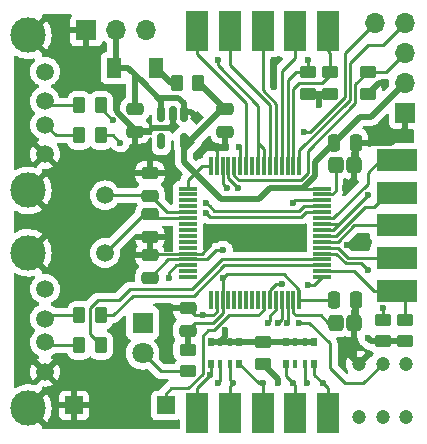
<source format=gtl>
G04 #@! TF.GenerationSoftware,KiCad,Pcbnew,6.0.8-f2edbf62ab~116~ubuntu22.04.1*
G04 #@! TF.CreationDate,2022-10-13T11:50:00+02:00*
G04 #@! TF.ProjectId,Dual USB Controller adapter,4475616c-2055-4534-9220-436f6e74726f,0.3*
G04 #@! TF.SameCoordinates,Original*
G04 #@! TF.FileFunction,Copper,L1,Top*
G04 #@! TF.FilePolarity,Positive*
%FSLAX46Y46*%
G04 Gerber Fmt 4.6, Leading zero omitted, Abs format (unit mm)*
G04 Created by KiCad (PCBNEW 6.0.8-f2edbf62ab~116~ubuntu22.04.1) date 2022-10-13 11:50:00*
%MOMM*%
%LPD*%
G01*
G04 APERTURE LIST*
G04 Aperture macros list*
%AMRoundRect*
0 Rectangle with rounded corners*
0 $1 Rounding radius*
0 $2 $3 $4 $5 $6 $7 $8 $9 X,Y pos of 4 corners*
0 Add a 4 corners polygon primitive as box body*
4,1,4,$2,$3,$4,$5,$6,$7,$8,$9,$2,$3,0*
0 Add four circle primitives for the rounded corners*
1,1,$1+$1,$2,$3*
1,1,$1+$1,$4,$5*
1,1,$1+$1,$6,$7*
1,1,$1+$1,$8,$9*
0 Add four rect primitives between the rounded corners*
20,1,$1+$1,$2,$3,$4,$5,0*
20,1,$1+$1,$4,$5,$6,$7,0*
20,1,$1+$1,$6,$7,$8,$9,0*
20,1,$1+$1,$8,$9,$2,$3,0*%
%AMRotRect*
0 Rectangle, with rotation*
0 The origin of the aperture is its center*
0 $1 length*
0 $2 width*
0 $3 Rotation angle, in degrees counterclockwise*
0 Add horizontal line*
21,1,$1,$2,0,0,$3*%
G04 Aperture macros list end*
G04 #@! TA.AperFunction,SMDPad,CuDef*
%ADD10RotRect,0.900000X0.800000X45.000000*%
G04 #@! TD*
G04 #@! TA.AperFunction,SMDPad,CuDef*
%ADD11RoundRect,0.318150X-0.318150X-0.381850X0.318150X-0.381850X0.318150X0.381850X-0.318150X0.381850X0*%
G04 #@! TD*
G04 #@! TA.AperFunction,SMDPad,CuDef*
%ADD12RoundRect,0.250000X-0.475000X0.250000X-0.475000X-0.250000X0.475000X-0.250000X0.475000X0.250000X0*%
G04 #@! TD*
G04 #@! TA.AperFunction,SMDPad,CuDef*
%ADD13RoundRect,0.150000X-0.150000X0.512500X-0.150000X-0.512500X0.150000X-0.512500X0.150000X0.512500X0*%
G04 #@! TD*
G04 #@! TA.AperFunction,ComponentPad*
%ADD14C,1.500000*%
G04 #@! TD*
G04 #@! TA.AperFunction,ComponentPad*
%ADD15C,3.000000*%
G04 #@! TD*
G04 #@! TA.AperFunction,SMDPad,CuDef*
%ADD16RoundRect,0.250000X0.475000X-0.250000X0.475000X0.250000X-0.475000X0.250000X-0.475000X-0.250000X0*%
G04 #@! TD*
G04 #@! TA.AperFunction,SMDPad,CuDef*
%ADD17RoundRect,0.250000X-0.250000X-0.475000X0.250000X-0.475000X0.250000X0.475000X-0.250000X0.475000X0*%
G04 #@! TD*
G04 #@! TA.AperFunction,SMDPad,CuDef*
%ADD18R,1.846667X3.480000*%
G04 #@! TD*
G04 #@! TA.AperFunction,SMDPad,CuDef*
%ADD19RoundRect,0.250000X-0.262500X-0.450000X0.262500X-0.450000X0.262500X0.450000X-0.262500X0.450000X0*%
G04 #@! TD*
G04 #@! TA.AperFunction,SMDPad,CuDef*
%ADD20R,0.500000X0.800000*%
G04 #@! TD*
G04 #@! TA.AperFunction,SMDPad,CuDef*
%ADD21R,0.400000X0.800000*%
G04 #@! TD*
G04 #@! TA.AperFunction,SMDPad,CuDef*
%ADD22RoundRect,0.250000X-0.450000X0.262500X-0.450000X-0.262500X0.450000X-0.262500X0.450000X0.262500X0*%
G04 #@! TD*
G04 #@! TA.AperFunction,ComponentPad*
%ADD23R,1.800000X1.800000*%
G04 #@! TD*
G04 #@! TA.AperFunction,ComponentPad*
%ADD24C,1.800000*%
G04 #@! TD*
G04 #@! TA.AperFunction,ComponentPad*
%ADD25C,1.200000*%
G04 #@! TD*
G04 #@! TA.AperFunction,SMDPad,CuDef*
%ADD26R,1.500000X1.500000*%
G04 #@! TD*
G04 #@! TA.AperFunction,SMDPad,CuDef*
%ADD27R,1.300000X1.700000*%
G04 #@! TD*
G04 #@! TA.AperFunction,SMDPad,CuDef*
%ADD28RoundRect,0.075000X-0.700000X-0.075000X0.700000X-0.075000X0.700000X0.075000X-0.700000X0.075000X0*%
G04 #@! TD*
G04 #@! TA.AperFunction,SMDPad,CuDef*
%ADD29RoundRect,0.075000X-0.075000X-0.700000X0.075000X-0.700000X0.075000X0.700000X-0.075000X0.700000X0*%
G04 #@! TD*
G04 #@! TA.AperFunction,ComponentPad*
%ADD30R,1.700000X1.700000*%
G04 #@! TD*
G04 #@! TA.AperFunction,ComponentPad*
%ADD31O,1.700000X1.700000*%
G04 #@! TD*
G04 #@! TA.AperFunction,SMDPad,CuDef*
%ADD32R,3.480000X1.846667*%
G04 #@! TD*
G04 #@! TA.AperFunction,SMDPad,CuDef*
%ADD33RoundRect,0.250000X0.450000X-0.262500X0.450000X0.262500X-0.450000X0.262500X-0.450000X-0.262500X0*%
G04 #@! TD*
G04 #@! TA.AperFunction,SMDPad,CuDef*
%ADD34RoundRect,0.250000X0.262500X0.450000X-0.262500X0.450000X-0.262500X-0.450000X0.262500X-0.450000X0*%
G04 #@! TD*
G04 #@! TA.AperFunction,ViaPad*
%ADD35C,0.600000*%
G04 #@! TD*
G04 #@! TA.AperFunction,Conductor*
%ADD36C,0.250000*%
G04 #@! TD*
G04 #@! TA.AperFunction,Conductor*
%ADD37C,0.500000*%
G04 #@! TD*
G04 APERTURE END LIST*
D10*
X178435000Y-72961500D03*
X179778503Y-74305003D03*
X180520965Y-72219038D03*
D11*
X192251300Y-76200000D03*
X193828700Y-76200000D03*
D12*
X175260000Y-71440000D03*
X175260000Y-73340000D03*
D13*
X179385000Y-71887500D03*
X178435000Y-71887500D03*
X177485000Y-71887500D03*
X177485000Y-74162500D03*
X179385000Y-74162500D03*
D12*
X176530000Y-80330000D03*
X176530000Y-82230000D03*
D14*
X167640000Y-93670000D03*
X167640000Y-91170000D03*
X167640000Y-89170000D03*
X167640000Y-86670000D03*
D15*
X166190000Y-96740000D03*
X166190000Y-83600000D03*
D11*
X192251300Y-89535000D03*
X193828700Y-89535000D03*
D16*
X179705000Y-90182500D03*
X179705000Y-88282500D03*
D17*
X192090000Y-87630000D03*
X193990000Y-87630000D03*
X192090000Y-74295000D03*
X193990000Y-74295000D03*
D18*
X180515000Y-64847500D03*
X183285000Y-64847500D03*
X186055000Y-64847500D03*
X188825000Y-64847500D03*
X191595000Y-64847500D03*
D19*
X170537500Y-88900000D03*
X172362500Y-88900000D03*
D20*
X188030000Y-92975000D03*
D21*
X188830000Y-92975000D03*
X189630000Y-92975000D03*
D20*
X190430000Y-92975000D03*
X190430000Y-91175000D03*
D21*
X189630000Y-91175000D03*
X188830000Y-91175000D03*
D20*
X188030000Y-91175000D03*
D14*
X167640000Y-75255000D03*
X167640000Y-72755000D03*
X167640000Y-70755000D03*
X167640000Y-68255000D03*
D15*
X166190000Y-78325000D03*
X166190000Y-65185000D03*
D19*
X170537500Y-71120000D03*
X172362500Y-71120000D03*
D22*
X186055000Y-91162500D03*
X186055000Y-92987500D03*
D18*
X180515000Y-97155000D03*
X183285000Y-97155000D03*
X186055000Y-97155000D03*
X188825000Y-97155000D03*
X191595000Y-97155000D03*
D22*
X194945000Y-68302500D03*
X194945000Y-70127500D03*
X179705000Y-91797500D03*
X179705000Y-93622500D03*
D23*
X175895000Y-89535000D03*
D24*
X175895000Y-92075000D03*
D25*
X198215000Y-93000000D03*
X196215000Y-93000000D03*
X194215000Y-93000000D03*
X198215000Y-97500000D03*
X196215000Y-97500000D03*
X194215000Y-97500000D03*
D16*
X176530000Y-78752500D03*
X176530000Y-76852500D03*
D14*
X172720000Y-78740000D03*
X172720000Y-83620000D03*
D16*
X176530000Y-85707500D03*
X176530000Y-83807500D03*
D26*
X177890000Y-96520000D03*
X170090000Y-96520000D03*
D27*
X173510000Y-67945000D03*
X177010000Y-67945000D03*
D28*
X179745000Y-78165000D03*
X179745000Y-78665000D03*
X179745000Y-79165000D03*
X179745000Y-79665000D03*
X179745000Y-80165000D03*
X179745000Y-80665000D03*
X179745000Y-81165000D03*
X179745000Y-81665000D03*
X179745000Y-82165000D03*
X179745000Y-82665000D03*
X179745000Y-83165000D03*
X179745000Y-83665000D03*
X179745000Y-84165000D03*
X179745000Y-84665000D03*
X179745000Y-85165000D03*
X179745000Y-85665000D03*
D29*
X181670000Y-87590000D03*
X182170000Y-87590000D03*
X182670000Y-87590000D03*
X183170000Y-87590000D03*
X183670000Y-87590000D03*
X184170000Y-87590000D03*
X184670000Y-87590000D03*
X185170000Y-87590000D03*
X185670000Y-87590000D03*
X186170000Y-87590000D03*
X186670000Y-87590000D03*
X187170000Y-87590000D03*
X187670000Y-87590000D03*
X188170000Y-87590000D03*
X188670000Y-87590000D03*
X189170000Y-87590000D03*
D28*
X191095000Y-85665000D03*
X191095000Y-85165000D03*
X191095000Y-84665000D03*
X191095000Y-84165000D03*
X191095000Y-83665000D03*
X191095000Y-83165000D03*
X191095000Y-82665000D03*
X191095000Y-82165000D03*
X191095000Y-81665000D03*
X191095000Y-81165000D03*
X191095000Y-80665000D03*
X191095000Y-80165000D03*
X191095000Y-79665000D03*
X191095000Y-79165000D03*
X191095000Y-78665000D03*
X191095000Y-78165000D03*
D29*
X189170000Y-76240000D03*
X188670000Y-76240000D03*
X188170000Y-76240000D03*
X187670000Y-76240000D03*
X187170000Y-76240000D03*
X186670000Y-76240000D03*
X186170000Y-76240000D03*
X185670000Y-76240000D03*
X185170000Y-76240000D03*
X184670000Y-76240000D03*
X184170000Y-76240000D03*
X183670000Y-76240000D03*
X183170000Y-76240000D03*
X182670000Y-76240000D03*
X182170000Y-76240000D03*
X181670000Y-76240000D03*
D12*
X182880000Y-71440000D03*
X182880000Y-73340000D03*
D20*
X181680000Y-92975000D03*
D21*
X182480000Y-92975000D03*
X183280000Y-92975000D03*
D20*
X184080000Y-92975000D03*
X184080000Y-91175000D03*
D21*
X183280000Y-91175000D03*
X182480000Y-91175000D03*
D20*
X181680000Y-91175000D03*
D19*
X170537500Y-91440000D03*
X172362500Y-91440000D03*
X170537500Y-73660000D03*
X172362500Y-73660000D03*
D30*
X171132500Y-64770000D03*
D31*
X173672500Y-64770000D03*
X176212500Y-64770000D03*
D32*
X197407500Y-75740000D03*
X197407500Y-78510000D03*
X197407500Y-81280000D03*
X197407500Y-84050000D03*
X197407500Y-86820000D03*
D33*
X196215000Y-91082500D03*
X196215000Y-89257500D03*
X189865000Y-70127500D03*
X189865000Y-68302500D03*
X198120000Y-91082500D03*
X198120000Y-89257500D03*
X191770000Y-70127500D03*
X191770000Y-68302500D03*
D31*
X195580000Y-64135000D03*
X198120000Y-64135000D03*
X198120000Y-66675000D03*
X198120000Y-69215000D03*
D30*
X198120000Y-71755000D03*
D34*
X180617500Y-69215000D03*
X178792500Y-69215000D03*
D35*
X193040000Y-78105000D03*
X171450000Y-76200000D03*
X173736000Y-70485000D03*
X187007500Y-69532500D03*
X196215000Y-69215000D03*
X182181500Y-74612500D03*
X180975000Y-88900000D03*
X185610500Y-81915000D03*
X181610000Y-81915000D03*
X194945000Y-82931000D03*
X171450000Y-93345000D03*
X187007500Y-67310000D03*
X193167000Y-82931000D03*
X182724997Y-79057500D03*
X182724997Y-85725000D03*
X182724997Y-83375498D03*
X189103000Y-89535000D03*
X187706002Y-86233000D03*
X173990000Y-74295000D03*
X181292500Y-79375000D03*
X181292500Y-80264000D03*
X173354994Y-72390000D03*
X178117500Y-85725000D03*
X188595000Y-94615000D03*
X187325000Y-89535000D03*
X189865000Y-86360000D03*
X191135000Y-94615000D03*
X189805000Y-94615000D03*
X188168025Y-89567620D03*
X183982620Y-78090289D03*
X182245000Y-94615000D03*
X186524997Y-89535000D03*
X186079442Y-94639442D03*
X184023000Y-74676000D03*
X183515000Y-94615000D03*
X183007000Y-78105002D03*
X181610000Y-93980000D03*
X189547500Y-73342500D03*
X188595000Y-79375000D03*
X187325000Y-94615000D03*
X189865000Y-67310000D03*
X182245000Y-67310000D03*
X196215000Y-88265000D03*
X194945000Y-85090000D03*
X194945000Y-78740000D03*
X194945000Y-90805000D03*
X190817498Y-71056500D03*
X182879996Y-90170000D03*
D36*
X189170000Y-76240000D02*
X189170000Y-74926500D01*
X189170000Y-74926500D02*
X193469980Y-70626520D01*
X194945000Y-66040000D02*
X196215000Y-66040000D01*
X193469980Y-70626520D02*
X193469980Y-67515020D01*
X193469980Y-67515020D02*
X194945000Y-66040000D01*
X196215000Y-66040000D02*
X198120000Y-64135000D01*
X183670000Y-76240000D02*
X183670000Y-77080702D01*
X183670000Y-77080702D02*
X184059298Y-77470000D01*
X184059298Y-77470000D02*
X189280702Y-77470000D01*
X189865000Y-74947325D02*
X193919990Y-70892335D01*
X189280702Y-77470000D02*
X189865000Y-76885702D01*
X189865000Y-76885702D02*
X189865000Y-74947325D01*
X196517500Y-68277500D02*
X198120000Y-66675000D01*
X193919990Y-70892335D02*
X193919990Y-69302510D01*
X193919990Y-69302510D02*
X194945000Y-68277500D01*
X194945000Y-68277500D02*
X196517500Y-68277500D01*
X177955000Y-80165000D02*
X176530000Y-78740000D01*
X176530000Y-78740000D02*
X172720000Y-78740000D01*
X179745000Y-80165000D02*
X177955000Y-80165000D01*
D37*
X175260000Y-73184998D02*
X173736000Y-71660998D01*
X182689500Y-74612500D02*
X182880000Y-74422000D01*
X193828700Y-89535000D02*
X193828700Y-92613700D01*
X193977500Y-74295000D02*
X193977500Y-76051200D01*
X170090000Y-94705000D02*
X171450000Y-93345000D01*
X178435000Y-72961500D02*
X178297997Y-72961500D01*
X195882500Y-69215000D02*
X196215000Y-69215000D01*
X176784000Y-73025000D02*
X176481500Y-73327500D01*
D36*
X181864000Y-88900000D02*
X180310000Y-88900000D01*
D37*
X170090000Y-96520000D02*
X170090000Y-94705000D01*
X176500000Y-76835000D02*
X176530000Y-76865000D01*
X174625000Y-76835000D02*
X176500000Y-76835000D01*
D36*
X182170000Y-74624000D02*
X182181500Y-74612500D01*
X179745000Y-83665000D02*
X176685000Y-83665000D01*
D37*
X187007500Y-69532500D02*
X187007500Y-67310000D01*
X193977500Y-87630000D02*
X193977500Y-89386200D01*
X193828700Y-92613700D02*
X194215000Y-93000000D01*
X193977500Y-76051200D02*
X193828700Y-76200000D01*
D36*
X182170000Y-87590000D02*
X182170000Y-88594000D01*
D37*
X178435000Y-71715000D02*
X178435000Y-72961500D01*
X194945000Y-70152500D02*
X195882500Y-69215000D01*
X193167000Y-82931000D02*
X194945000Y-82931000D01*
X178297997Y-72961500D02*
X178234497Y-73025000D01*
X182880000Y-74422000D02*
X182880000Y-73327500D01*
X176530000Y-82217500D02*
X176530000Y-83820000D01*
X196930000Y-74295000D02*
X198120000Y-73105000D01*
X173990000Y-76200000D02*
X174625000Y-76835000D01*
X173736000Y-71660998D02*
X173736000Y-70485000D01*
D36*
X179745000Y-83665000D02*
X180919264Y-83665000D01*
D37*
X178234497Y-73025000D02*
X176784000Y-73025000D01*
X193977500Y-74295000D02*
X196930000Y-74295000D01*
D36*
X182170000Y-88594000D02*
X181864000Y-88900000D01*
X181610000Y-82974264D02*
X181610000Y-82339264D01*
D37*
X198120000Y-73105000D02*
X198120000Y-71755000D01*
X193828700Y-76200000D02*
X193828700Y-77316300D01*
X193828700Y-77316300D02*
X193040000Y-78105000D01*
D36*
X181610000Y-82339264D02*
X181610000Y-81915000D01*
X176685000Y-83665000D02*
X176530000Y-83820000D01*
D37*
X193977500Y-89386200D02*
X193828700Y-89535000D01*
X171450000Y-76200000D02*
X173990000Y-76200000D01*
D36*
X181610000Y-81915000D02*
X185610500Y-81915000D01*
D37*
X175260000Y-73327500D02*
X175260000Y-73184998D01*
D36*
X180310000Y-88900000D02*
X179705000Y-88295000D01*
D37*
X176481500Y-73327500D02*
X175260000Y-73327500D01*
D36*
X182170000Y-76240000D02*
X182170000Y-74624000D01*
X180919264Y-83665000D02*
X181610000Y-82974264D01*
D37*
X182181500Y-74612500D02*
X182689500Y-74612500D01*
D36*
X176852500Y-80665000D02*
X176530000Y-80342500D01*
X179745000Y-80665000D02*
X176852500Y-80665000D01*
X175997500Y-80342500D02*
X176530000Y-80342500D01*
X172720000Y-83620000D02*
X175997500Y-80342500D01*
X180340000Y-76835000D02*
X179745000Y-77430000D01*
X189518888Y-78165000D02*
X189458888Y-78105000D01*
X189170000Y-87590000D02*
X192062500Y-87590000D01*
X182670000Y-88730411D02*
X181865411Y-89535000D01*
X181865411Y-89535000D02*
X180340000Y-89535000D01*
X178060000Y-84165000D02*
X176530000Y-85695000D01*
X180935000Y-76240000D02*
X180340000Y-76835000D01*
X179745000Y-84165000D02*
X178060000Y-84165000D01*
X182300733Y-83375498D02*
X182724997Y-83375498D01*
X180520000Y-84165000D02*
X180537502Y-84147498D01*
D37*
X182880000Y-71452500D02*
X180642500Y-69215000D01*
X179748506Y-74335000D02*
X182631006Y-71452500D01*
X190500000Y-75897500D02*
X190500000Y-77063888D01*
X186690000Y-78105000D02*
X185737500Y-79057500D01*
X180340000Y-76835000D02*
X182562500Y-79057500D01*
D36*
X187845703Y-85425001D02*
X183024996Y-85425001D01*
D37*
X185737500Y-79057500D02*
X183149261Y-79057500D01*
X182631006Y-71452500D02*
X182880000Y-71452500D01*
D36*
X181670000Y-76240000D02*
X180935000Y-76240000D01*
D37*
X190500000Y-77063888D02*
X189458888Y-78105000D01*
D36*
X183024996Y-85425001D02*
X182724997Y-85725000D01*
X181338235Y-84147498D02*
X182110235Y-83375498D01*
X192062500Y-87590000D02*
X192102500Y-87630000D01*
X182670000Y-85779997D02*
X182670000Y-87590000D01*
X180340000Y-89535000D02*
X179705000Y-90170000D01*
D37*
X192588027Y-73809473D02*
X192102500Y-74295000D01*
D36*
X182670000Y-87590000D02*
X182670000Y-88730411D01*
D37*
X179705000Y-91772500D02*
X179705000Y-90170000D01*
D36*
X189170000Y-87590000D02*
X189170000Y-86749298D01*
D37*
X189458888Y-78105000D02*
X186690000Y-78105000D01*
D36*
X179745000Y-77430000D02*
X179745000Y-78165000D01*
D37*
X179385000Y-74335000D02*
X179748506Y-74335000D01*
X195262500Y-72072500D02*
X194325000Y-72072500D01*
X180340000Y-76835000D02*
X179385000Y-75880000D01*
X183149261Y-79057500D02*
X182724997Y-79057500D01*
D36*
X189170000Y-86749298D02*
X187845703Y-85425001D01*
X179745000Y-84165000D02*
X180520000Y-84165000D01*
D37*
X179385000Y-75880000D02*
X179385000Y-74335000D01*
X192102500Y-74295000D02*
X190500000Y-75897500D01*
X194325000Y-72072500D02*
X192588027Y-73809473D01*
D36*
X191095000Y-78165000D02*
X189518888Y-78165000D01*
D37*
X182562500Y-79057500D02*
X182724997Y-79057500D01*
D36*
X182724997Y-85725000D02*
X182670000Y-85779997D01*
X182110235Y-83375498D02*
X182300733Y-83375498D01*
X180537502Y-84147498D02*
X181338235Y-84147498D01*
D37*
X198120000Y-69215000D02*
X195262500Y-72072500D01*
D36*
X194600000Y-94615000D02*
X196215000Y-93000000D01*
X187154736Y-86233000D02*
X187281738Y-86233000D01*
X189103000Y-89535000D02*
X190025002Y-89535000D01*
X191770000Y-91279998D02*
X191770000Y-93345000D01*
X190025002Y-89535000D02*
X191770000Y-91279998D01*
X186670000Y-87590000D02*
X186670000Y-86717736D01*
X191770000Y-93345000D02*
X193040000Y-94615000D01*
X186670000Y-86717736D02*
X187154736Y-86233000D01*
X193040000Y-94615000D02*
X194600000Y-94615000D01*
X187281738Y-86233000D02*
X187706002Y-86233000D01*
X181973499Y-80055999D02*
X181592499Y-79674999D01*
X189573590Y-79665000D02*
X189182591Y-80055999D01*
X191095000Y-79665000D02*
X189573590Y-79665000D01*
X189182591Y-80055999D02*
X181973499Y-80055999D01*
X173355000Y-73660000D02*
X173990000Y-74295000D01*
X172387500Y-73660000D02*
X173355000Y-73660000D01*
X181592499Y-79674999D02*
X181292500Y-79375000D01*
X172387500Y-71422506D02*
X173354994Y-72390000D01*
X189710000Y-80165000D02*
X189311001Y-80563999D01*
X189311001Y-80563999D02*
X181592499Y-80563999D01*
X191095000Y-80165000D02*
X189710000Y-80165000D01*
X172387500Y-71120000D02*
X172387500Y-71422506D01*
X181592499Y-80563999D02*
X181292500Y-80264000D01*
X177467500Y-93647500D02*
X175895000Y-92075000D01*
X179705000Y-93647500D02*
X177467500Y-93647500D01*
X179745000Y-84665000D02*
X178753236Y-84665000D01*
X178117500Y-85300736D02*
X178117500Y-85725000D01*
X178753236Y-84665000D02*
X178117500Y-85300736D01*
X188867149Y-88900000D02*
X190980000Y-88900000D01*
X191615000Y-89535000D02*
X192251300Y-89535000D01*
X188670000Y-88702851D02*
X188867149Y-88900000D01*
X190980000Y-88900000D02*
X191615000Y-89535000D01*
X188670000Y-87590000D02*
X188670000Y-88702851D01*
X191935702Y-78665000D02*
X192251300Y-78349402D01*
X191095000Y-78665000D02*
X191935702Y-78665000D01*
X192251300Y-78349402D02*
X192251300Y-76900000D01*
X192251300Y-76900000D02*
X192251300Y-76200000D01*
X187670000Y-87590000D02*
X187670000Y-89190000D01*
X187670000Y-89190000D02*
X187325000Y-89535000D01*
X188825000Y-94845000D02*
X188595000Y-94615000D01*
X188825000Y-97155000D02*
X188825000Y-94845000D01*
X188595000Y-94615000D02*
X188030000Y-94050000D01*
X188030000Y-94050000D02*
X188030000Y-92975000D01*
X191135000Y-94615000D02*
X190430000Y-93910000D01*
X191595000Y-95075000D02*
X191135000Y-94615000D01*
X191095000Y-85665000D02*
X190400000Y-86360000D01*
X190400000Y-86360000D02*
X189865000Y-86360000D01*
X190430000Y-93910000D02*
X190430000Y-92975000D01*
X191595000Y-97155000D02*
X191595000Y-95075000D01*
X168005000Y-71120000D02*
X167640000Y-70755000D01*
X170512500Y-71120000D02*
X168005000Y-71120000D01*
X170512500Y-73660000D02*
X168545000Y-73660000D01*
X168545000Y-73660000D02*
X167640000Y-72755000D01*
X170512500Y-88900000D02*
X167910000Y-88900000D01*
X167910000Y-88900000D02*
X167640000Y-89170000D01*
X170512500Y-91440000D02*
X167910000Y-91440000D01*
X167910000Y-91440000D02*
X167640000Y-91170000D01*
X187670000Y-68235000D02*
X188825000Y-67080000D01*
X187670000Y-76240000D02*
X187670000Y-68235000D01*
X188825000Y-67080000D02*
X188825000Y-64770000D01*
X186055000Y-69850000D02*
X186055000Y-64770000D01*
X187170000Y-76240000D02*
X187170000Y-70965000D01*
X187170000Y-70965000D02*
X186055000Y-69850000D01*
X186670000Y-71101410D02*
X183285000Y-67716410D01*
X186670000Y-76240000D02*
X186670000Y-71101410D01*
X183285000Y-67716410D02*
X183285000Y-66760000D01*
X183285000Y-66760000D02*
X183285000Y-64770000D01*
X180515000Y-66760000D02*
X180515000Y-64770000D01*
X184670000Y-70915000D02*
X180515000Y-66760000D01*
X184670000Y-76240000D02*
X184670000Y-70915000D01*
X188170000Y-87590000D02*
X188170000Y-89565645D01*
X189630000Y-92975000D02*
X189630000Y-94440000D01*
X189630000Y-94440000D02*
X189805000Y-94615000D01*
X188170000Y-89565645D02*
X188168025Y-89567620D01*
X188170000Y-89569595D02*
X188168025Y-89567620D01*
X182245000Y-94615000D02*
X182480000Y-94380000D01*
X183170000Y-76240000D02*
X183170000Y-77277669D01*
X182480000Y-94380000D02*
X182480000Y-92975000D01*
X183170000Y-77277669D02*
X183982620Y-78090289D01*
X186700702Y-89359295D02*
X186524997Y-89535000D01*
X186055000Y-97155000D02*
X186055000Y-94615000D01*
X186055000Y-94615000D02*
X185720000Y-94615000D01*
X187170000Y-87590000D02*
X187170000Y-88430702D01*
X187170000Y-88430702D02*
X186700702Y-88900000D01*
X185720000Y-94615000D02*
X184080000Y-92975000D01*
X186700702Y-88900000D02*
X186700702Y-89359295D01*
X186700702Y-88900000D02*
X186690000Y-88900000D01*
X183285000Y-97155000D02*
X183285000Y-94845000D01*
X183280000Y-92975000D02*
X183280000Y-94380000D01*
X184170000Y-76240000D02*
X184170000Y-74823000D01*
X183280000Y-94380000D02*
X183515000Y-94615000D01*
X184170000Y-74823000D02*
X184023000Y-74676000D01*
X183285000Y-94845000D02*
X183515000Y-94615000D01*
X181680000Y-93910000D02*
X181610000Y-93980000D01*
X181680000Y-92975000D02*
X181680000Y-93910000D01*
X182670000Y-76240000D02*
X182670000Y-77768002D01*
X182670000Y-77768002D02*
X183007000Y-78105002D01*
X180515000Y-97155000D02*
X180515000Y-95075000D01*
X180515000Y-95075000D02*
X181610000Y-93980000D01*
X171450000Y-90502500D02*
X171450000Y-88265000D01*
X173887250Y-87630000D02*
X174839750Y-86677500D01*
X180086000Y-86677500D02*
X182598500Y-84165000D01*
X174839750Y-86677500D02*
X180086000Y-86677500D01*
X182598500Y-84165000D02*
X191095000Y-84165000D01*
X172085000Y-87630000D02*
X173887250Y-87630000D01*
X172387500Y-91440000D02*
X171450000Y-90502500D01*
X171450000Y-88265000D02*
X172085000Y-87630000D01*
X182828750Y-84665000D02*
X191095000Y-84665000D01*
X172387500Y-88900000D02*
X173432499Y-88900000D01*
X175083499Y-87249000D02*
X180244750Y-87249000D01*
X173432499Y-88900000D02*
X175083499Y-87249000D01*
X180244750Y-87249000D02*
X182828750Y-84665000D01*
X180975000Y-90644998D02*
X180975000Y-93881850D01*
X181449998Y-90170000D02*
X180975000Y-90644998D01*
X177890000Y-95520000D02*
X177890000Y-96520000D01*
X185700702Y-88900000D02*
X183224994Y-88900000D01*
X180975000Y-93881850D02*
X179766851Y-95089999D01*
X181954994Y-90170000D02*
X181449998Y-90170000D01*
X183224994Y-88900000D02*
X181954994Y-90170000D01*
X179766851Y-95089999D02*
X178320001Y-95089999D01*
X178320001Y-95089999D02*
X177890000Y-95520000D01*
X186170000Y-88430702D02*
X185700702Y-88900000D01*
X186170000Y-87590000D02*
X186170000Y-88430702D01*
X193019968Y-70421296D02*
X190098764Y-73342500D01*
X188805000Y-79165000D02*
X188595000Y-79375000D01*
X190098764Y-73342500D02*
X189547500Y-73342500D01*
X193019968Y-66695032D02*
X193019968Y-70421296D01*
X191095000Y-79165000D02*
X188805000Y-79165000D01*
X195580000Y-64135000D02*
X193019968Y-66695032D01*
D37*
X187325000Y-94282500D02*
X187325000Y-94615000D01*
X186055000Y-93012500D02*
X187325000Y-94282500D01*
X178767500Y-69215000D02*
X178280000Y-69215000D01*
X178280000Y-69215000D02*
X177010000Y-67945000D01*
D36*
X189865000Y-68277500D02*
X188897500Y-68277500D01*
X188897500Y-68277500D02*
X188170000Y-69005000D01*
X188170000Y-69005000D02*
X188170000Y-76240000D01*
X189865000Y-67310000D02*
X189865000Y-68277500D01*
X185670000Y-74295000D02*
X185670000Y-71159264D01*
X185670000Y-74315000D02*
X185670000Y-76240000D01*
X182245000Y-67734264D02*
X182245000Y-67310000D01*
X185690000Y-74295000D02*
X185670000Y-74315000D01*
X185670000Y-71159264D02*
X182245000Y-67734264D01*
X186170000Y-76240000D02*
X186170000Y-74775000D01*
X186170000Y-74775000D02*
X185690000Y-74295000D01*
X191770000Y-68277500D02*
X191770000Y-66675000D01*
X189185000Y-69215000D02*
X191100925Y-69215000D01*
X188670000Y-69730000D02*
X189185000Y-69215000D01*
X191770000Y-68545925D02*
X191770000Y-68277500D01*
X191100925Y-69215000D02*
X191770000Y-68545925D01*
X191595000Y-66500000D02*
X191595000Y-64770000D01*
X191770000Y-66675000D02*
X191595000Y-66500000D01*
X188670000Y-76240000D02*
X188670000Y-69730000D01*
X192268589Y-83665000D02*
X191870000Y-83665000D01*
X193103600Y-84500011D02*
X192268589Y-83665000D01*
X194355011Y-84500011D02*
X193103600Y-84500011D01*
X191870000Y-83665000D02*
X191095000Y-83665000D01*
X196215000Y-89232500D02*
X196215000Y-88265000D01*
X194945000Y-85090000D02*
X194355011Y-84500011D01*
X191095000Y-81665000D02*
X192020000Y-81665000D01*
X192020000Y-81665000D02*
X192520000Y-81165000D01*
X192520000Y-81165000D02*
X194945000Y-78740000D01*
X191095000Y-81165000D02*
X192520000Y-81165000D01*
X198120000Y-87455000D02*
X197485000Y-86820000D01*
X191095000Y-85165000D02*
X193840000Y-85165000D01*
X193840000Y-85165000D02*
X195495000Y-86820000D01*
X198120000Y-89232500D02*
X198120000Y-87455000D01*
X195495000Y-86820000D02*
X197485000Y-86820000D01*
X193290000Y-84050000D02*
X192405000Y-83165000D01*
X192405000Y-83165000D02*
X191095000Y-83165000D01*
X197485000Y-84050000D02*
X193290000Y-84050000D01*
X193790000Y-81280000D02*
X197485000Y-81280000D01*
X192405000Y-82665000D02*
X193790000Y-81280000D01*
X191095000Y-82665000D02*
X192405000Y-82665000D01*
X191870000Y-82165000D02*
X191095000Y-82165000D01*
X195495001Y-79683333D02*
X194750256Y-79683333D01*
X192268589Y-82165000D02*
X191870000Y-82165000D01*
X194750256Y-79683333D02*
X192268589Y-82165000D01*
X197485000Y-78510000D02*
X196668334Y-78510000D01*
X196668334Y-78510000D02*
X195495001Y-79683333D01*
X196033334Y-75740000D02*
X197485000Y-75740000D01*
X194945000Y-76828334D02*
X196033334Y-75740000D01*
X191095000Y-80665000D02*
X192040002Y-80665000D01*
X194945000Y-77760002D02*
X194945000Y-76828334D01*
X192040002Y-80665000D02*
X194945000Y-77760002D01*
D37*
X198120000Y-91107500D02*
X195247500Y-91107500D01*
X191770000Y-70152500D02*
X189865000Y-70152500D01*
X190802500Y-70152500D02*
X190802500Y-71041502D01*
X190802500Y-71041502D02*
X190817498Y-71056500D01*
X195247500Y-91107500D02*
X194945000Y-90805000D01*
X182430000Y-91175000D02*
X182879996Y-90725004D01*
X180016927Y-71715000D02*
X179385000Y-71715000D01*
X175260000Y-68580000D02*
X175277500Y-68562500D01*
X175895000Y-69180000D02*
X174660000Y-67945000D01*
X179385000Y-70919998D02*
X178932502Y-70467500D01*
X177182500Y-70467500D02*
X177369999Y-70654999D01*
X181680000Y-91175000D02*
X182430000Y-91175000D01*
X180520965Y-72219038D02*
X180016927Y-71715000D01*
X173510000Y-67945000D02*
X173672500Y-67782500D01*
X177485000Y-71715000D02*
X177485000Y-70770000D01*
X175260000Y-71452500D02*
X175260000Y-68580000D01*
X177369999Y-70654999D02*
X175895000Y-69180000D01*
X182879996Y-90725004D02*
X182879996Y-90170000D01*
X173672500Y-65972081D02*
X173672500Y-64770000D01*
X181680000Y-91175000D02*
X190430000Y-91175000D01*
X178932502Y-70467500D02*
X177182500Y-70467500D01*
X174660000Y-67945000D02*
X173510000Y-67945000D01*
X177485000Y-70770000D02*
X177182500Y-70467500D01*
X179385000Y-71715000D02*
X179385000Y-70919998D01*
X173672500Y-67782500D02*
X173672500Y-65972081D01*
G04 #@! TA.AperFunction,Conductor*
G36*
X165166456Y-85328348D02*
G01*
X165235271Y-85371515D01*
X165242807Y-85375556D01*
X165484520Y-85484694D01*
X165492551Y-85487680D01*
X165746832Y-85563002D01*
X165755184Y-85564869D01*
X166017340Y-85604984D01*
X166025874Y-85605700D01*
X166291045Y-85609867D01*
X166299596Y-85609418D01*
X166562883Y-85577557D01*
X166571287Y-85575954D01*
X166640333Y-85557841D01*
X166711300Y-85559903D01*
X166769886Y-85600004D01*
X166797492Y-85665414D01*
X166785352Y-85735365D01*
X166761401Y-85768812D01*
X166672251Y-85857962D01*
X166545944Y-86038347D01*
X166543621Y-86043329D01*
X166543618Y-86043334D01*
X166506652Y-86122610D01*
X166452880Y-86237924D01*
X166395885Y-86450629D01*
X166376693Y-86670000D01*
X166395885Y-86889371D01*
X166452880Y-87102076D01*
X166496415Y-87195438D01*
X166543618Y-87296666D01*
X166543621Y-87296671D01*
X166545944Y-87301653D01*
X166549100Y-87306160D01*
X166549101Y-87306162D01*
X166638530Y-87433879D01*
X166672251Y-87482038D01*
X166827962Y-87637749D01*
X167008346Y-87764056D01*
X167013331Y-87766380D01*
X167013337Y-87766384D01*
X167097877Y-87805805D01*
X167151163Y-87852722D01*
X167170624Y-87920999D01*
X167150082Y-87988959D01*
X167097878Y-88034195D01*
X167013334Y-88073618D01*
X167013329Y-88073621D01*
X167008347Y-88075944D01*
X167003840Y-88079100D01*
X167003838Y-88079101D01*
X166832473Y-88199092D01*
X166832470Y-88199094D01*
X166827962Y-88202251D01*
X166672251Y-88357962D01*
X166669094Y-88362470D01*
X166669092Y-88362473D01*
X166560692Y-88517285D01*
X166545944Y-88538347D01*
X166543621Y-88543329D01*
X166543618Y-88543334D01*
X166523670Y-88586114D01*
X166452880Y-88737924D01*
X166395885Y-88950629D01*
X166376693Y-89170000D01*
X166395885Y-89389371D01*
X166452880Y-89602076D01*
X166487429Y-89676166D01*
X166543618Y-89796666D01*
X166543621Y-89796671D01*
X166545944Y-89801653D01*
X166549100Y-89806160D01*
X166549101Y-89806162D01*
X166652021Y-89953146D01*
X166672251Y-89982038D01*
X166771118Y-90080905D01*
X166805144Y-90143217D01*
X166800079Y-90214032D01*
X166771118Y-90259095D01*
X166672251Y-90357962D01*
X166669094Y-90362470D01*
X166669092Y-90362473D01*
X166549101Y-90533838D01*
X166545944Y-90538347D01*
X166543621Y-90543329D01*
X166543618Y-90543334D01*
X166507246Y-90621335D01*
X166452880Y-90737924D01*
X166395885Y-90950629D01*
X166376693Y-91170000D01*
X166395885Y-91389371D01*
X166452880Y-91602076D01*
X166484304Y-91669465D01*
X166543618Y-91796666D01*
X166543621Y-91796671D01*
X166545944Y-91801653D01*
X166549100Y-91806160D01*
X166549101Y-91806162D01*
X166655891Y-91958673D01*
X166672251Y-91982038D01*
X166827962Y-92137749D01*
X166832471Y-92140906D01*
X166832473Y-92140908D01*
X166882343Y-92175827D01*
X167008346Y-92264056D01*
X167013328Y-92266379D01*
X167013333Y-92266382D01*
X167098469Y-92306081D01*
X167151754Y-92352998D01*
X167171215Y-92421276D01*
X167150673Y-92489235D01*
X167098469Y-92534471D01*
X167013583Y-92574054D01*
X167004093Y-92579534D01*
X166962851Y-92608411D01*
X166954477Y-92618887D01*
X166961545Y-92632334D01*
X167627189Y-93297979D01*
X167641132Y-93305592D01*
X167642966Y-93305461D01*
X167649580Y-93301210D01*
X168319180Y-92631609D01*
X168325607Y-92619839D01*
X168316313Y-92607825D01*
X168275912Y-92579536D01*
X168266416Y-92574053D01*
X168181531Y-92534471D01*
X168128246Y-92487554D01*
X168108785Y-92419276D01*
X168129327Y-92351316D01*
X168181531Y-92306081D01*
X168266667Y-92266382D01*
X168266672Y-92266379D01*
X168271654Y-92264056D01*
X168397657Y-92175827D01*
X168447527Y-92140908D01*
X168447529Y-92140906D01*
X168452038Y-92137749D01*
X168479382Y-92110405D01*
X168541694Y-92076379D01*
X168568477Y-92073500D01*
X169445803Y-92073500D01*
X169513924Y-92093502D01*
X169560417Y-92147158D01*
X169565326Y-92159623D01*
X169580920Y-92206362D01*
X169583450Y-92213946D01*
X169587301Y-92220170D01*
X169587302Y-92220171D01*
X169622314Y-92276749D01*
X169676522Y-92364348D01*
X169801697Y-92489305D01*
X169807927Y-92493145D01*
X169807928Y-92493146D01*
X169945090Y-92577694D01*
X169952262Y-92582115D01*
X170029776Y-92607825D01*
X170113611Y-92635632D01*
X170113613Y-92635632D01*
X170120139Y-92637797D01*
X170126975Y-92638497D01*
X170126978Y-92638498D01*
X170170031Y-92642909D01*
X170224600Y-92648500D01*
X170850400Y-92648500D01*
X170853646Y-92648163D01*
X170853650Y-92648163D01*
X170949308Y-92638238D01*
X170949312Y-92638237D01*
X170956166Y-92637526D01*
X170962702Y-92635345D01*
X170962704Y-92635345D01*
X171094806Y-92591272D01*
X171123946Y-92581550D01*
X171274348Y-92488478D01*
X171360784Y-92401891D01*
X171423066Y-92367812D01*
X171493886Y-92372815D01*
X171538975Y-92401736D01*
X171570601Y-92433307D01*
X171626697Y-92489305D01*
X171632927Y-92493145D01*
X171632928Y-92493146D01*
X171770090Y-92577694D01*
X171777262Y-92582115D01*
X171854776Y-92607825D01*
X171938611Y-92635632D01*
X171938613Y-92635632D01*
X171945139Y-92637797D01*
X171951975Y-92638497D01*
X171951978Y-92638498D01*
X171995031Y-92642909D01*
X172049600Y-92648500D01*
X172675400Y-92648500D01*
X172678646Y-92648163D01*
X172678650Y-92648163D01*
X172774308Y-92638238D01*
X172774312Y-92638237D01*
X172781166Y-92637526D01*
X172787702Y-92635345D01*
X172787704Y-92635345D01*
X172919806Y-92591272D01*
X172948946Y-92581550D01*
X173099348Y-92488478D01*
X173224305Y-92363303D01*
X173236208Y-92343993D01*
X173313275Y-92218968D01*
X173313276Y-92218966D01*
X173317115Y-92212738D01*
X173356664Y-92093502D01*
X173370632Y-92051389D01*
X173370632Y-92051387D01*
X173372797Y-92044861D01*
X173383500Y-91940400D01*
X173383500Y-90939600D01*
X173383163Y-90936350D01*
X173373238Y-90840692D01*
X173373237Y-90840688D01*
X173372526Y-90833834D01*
X173370284Y-90827112D01*
X173318868Y-90673002D01*
X173316550Y-90666054D01*
X173223478Y-90515652D01*
X173098303Y-90390695D01*
X173080171Y-90379518D01*
X172953968Y-90301725D01*
X172953966Y-90301724D01*
X172947738Y-90297885D01*
X172926290Y-90290771D01*
X172922570Y-90289537D01*
X172864209Y-90249107D01*
X172836972Y-90183543D01*
X172849505Y-90113661D01*
X172897829Y-90061649D01*
X172922359Y-90050421D01*
X172941993Y-90043871D01*
X172942003Y-90043867D01*
X172948946Y-90041550D01*
X173099348Y-89948478D01*
X173224305Y-89823303D01*
X173237650Y-89801653D01*
X173313275Y-89678968D01*
X173313276Y-89678966D01*
X173317115Y-89672738D01*
X173334663Y-89619832D01*
X173375094Y-89561473D01*
X173440658Y-89534236D01*
X173454256Y-89533500D01*
X173472355Y-89533500D01*
X173476290Y-89533003D01*
X173476355Y-89532995D01*
X173488192Y-89532062D01*
X173520450Y-89531048D01*
X173524469Y-89530922D01*
X173532388Y-89530673D01*
X173551842Y-89525021D01*
X173571199Y-89521013D01*
X173583429Y-89519468D01*
X173583430Y-89519468D01*
X173591296Y-89518474D01*
X173598667Y-89515555D01*
X173598669Y-89515555D01*
X173632411Y-89502196D01*
X173643641Y-89498351D01*
X173678482Y-89488229D01*
X173678483Y-89488229D01*
X173686092Y-89486018D01*
X173692911Y-89481985D01*
X173692916Y-89481983D01*
X173703527Y-89475707D01*
X173721275Y-89467012D01*
X173740116Y-89459552D01*
X173747735Y-89454017D01*
X173775886Y-89433564D01*
X173785806Y-89427048D01*
X173817034Y-89408580D01*
X173817037Y-89408578D01*
X173823861Y-89404542D01*
X173838182Y-89390221D01*
X173853216Y-89377380D01*
X173863193Y-89370131D01*
X173869606Y-89365472D01*
X173897797Y-89331395D01*
X173905787Y-89322616D01*
X174271405Y-88956998D01*
X174333717Y-88922972D01*
X174404532Y-88928037D01*
X174461368Y-88970584D01*
X174486179Y-89037104D01*
X174486500Y-89046093D01*
X174486500Y-90483134D01*
X174493255Y-90545316D01*
X174544385Y-90681705D01*
X174631739Y-90798261D01*
X174748295Y-90885615D01*
X174756704Y-90888767D01*
X174756705Y-90888768D01*
X174816164Y-90911058D01*
X174872929Y-90953699D01*
X174897629Y-91020261D01*
X174882422Y-91089609D01*
X174863029Y-91116091D01*
X174796639Y-91185564D01*
X174793725Y-91189836D01*
X174793724Y-91189837D01*
X174778427Y-91212262D01*
X174666119Y-91376899D01*
X174568602Y-91586981D01*
X174506707Y-91810169D01*
X174482095Y-92040469D01*
X174482392Y-92045622D01*
X174482392Y-92045625D01*
X174493497Y-92238221D01*
X174495427Y-92271697D01*
X174496564Y-92276743D01*
X174496565Y-92276749D01*
X174528472Y-92418329D01*
X174546346Y-92497642D01*
X174548288Y-92502424D01*
X174548289Y-92502428D01*
X174618201Y-92674600D01*
X174633484Y-92712237D01*
X174754501Y-92909719D01*
X174906147Y-93084784D01*
X175084349Y-93232730D01*
X175284322Y-93349584D01*
X175500694Y-93432209D01*
X175505760Y-93433240D01*
X175505761Y-93433240D01*
X175510401Y-93434184D01*
X175727656Y-93478385D01*
X175858324Y-93483176D01*
X175953949Y-93486683D01*
X175953953Y-93486683D01*
X175959113Y-93486872D01*
X175964233Y-93486216D01*
X175964235Y-93486216D01*
X176183719Y-93458099D01*
X176183720Y-93458099D01*
X176188847Y-93457442D01*
X176264983Y-93434600D01*
X176335979Y-93434184D01*
X176390287Y-93466191D01*
X176681792Y-93757697D01*
X176963853Y-94039758D01*
X176971387Y-94048037D01*
X176975500Y-94054518D01*
X177006169Y-94083318D01*
X177025151Y-94101143D01*
X177027993Y-94103898D01*
X177047730Y-94123635D01*
X177050927Y-94126115D01*
X177059947Y-94133818D01*
X177092179Y-94164086D01*
X177099125Y-94167905D01*
X177099128Y-94167907D01*
X177109934Y-94173848D01*
X177126453Y-94184699D01*
X177142459Y-94197114D01*
X177149728Y-94200259D01*
X177149732Y-94200262D01*
X177183037Y-94214674D01*
X177193687Y-94219891D01*
X177232440Y-94241195D01*
X177240115Y-94243166D01*
X177240116Y-94243166D01*
X177252062Y-94246233D01*
X177270767Y-94252637D01*
X177289355Y-94260681D01*
X177297178Y-94261920D01*
X177297188Y-94261923D01*
X177333024Y-94267599D01*
X177344644Y-94270005D01*
X177379789Y-94279028D01*
X177387470Y-94281000D01*
X177407724Y-94281000D01*
X177427434Y-94282551D01*
X177447443Y-94285720D01*
X177455335Y-94284974D01*
X177491461Y-94281559D01*
X177503319Y-94281000D01*
X177981899Y-94281000D01*
X178050020Y-94301002D01*
X178096513Y-94354658D01*
X178106617Y-94424932D01*
X178077123Y-94489512D01*
X178028284Y-94524151D01*
X178019759Y-94527527D01*
X178012384Y-94530447D01*
X178005969Y-94535108D01*
X177976626Y-94556426D01*
X177966708Y-94562942D01*
X177948020Y-94573994D01*
X177928638Y-94585457D01*
X177914314Y-94599781D01*
X177899282Y-94612620D01*
X177882894Y-94624527D01*
X177871837Y-94637893D01*
X177854713Y-94658592D01*
X177846723Y-94667372D01*
X177497747Y-95016348D01*
X177489461Y-95023888D01*
X177482982Y-95028000D01*
X177477557Y-95033777D01*
X177436357Y-95077651D01*
X177433602Y-95080493D01*
X177413865Y-95100230D01*
X177411385Y-95103427D01*
X177403682Y-95112447D01*
X177373414Y-95144679D01*
X177369595Y-95151625D01*
X177369593Y-95151628D01*
X177363652Y-95162434D01*
X177352801Y-95178953D01*
X177340386Y-95194959D01*
X177338082Y-95200283D01*
X177286881Y-95248091D01*
X177230319Y-95261500D01*
X177091866Y-95261500D01*
X177029684Y-95268255D01*
X176893295Y-95319385D01*
X176776739Y-95406739D01*
X176689385Y-95523295D01*
X176638255Y-95659684D01*
X176631500Y-95721866D01*
X176631500Y-97318134D01*
X176638255Y-97380316D01*
X176689385Y-97516705D01*
X176776739Y-97633261D01*
X176893295Y-97720615D01*
X177029684Y-97771745D01*
X177091866Y-97778500D01*
X178688134Y-97778500D01*
X178750316Y-97771745D01*
X178797586Y-97754024D01*
X178878301Y-97723766D01*
X178878304Y-97723764D01*
X178886705Y-97720615D01*
X178893888Y-97715232D01*
X178896658Y-97713715D01*
X178966015Y-97698546D01*
X179032563Y-97723282D01*
X179075173Y-97780070D01*
X179083167Y-97824235D01*
X179083167Y-98425500D01*
X179063165Y-98493621D01*
X179009509Y-98540114D01*
X178957167Y-98551500D01*
X167497927Y-98551500D01*
X167429806Y-98531498D01*
X167383313Y-98477842D01*
X167373209Y-98407568D01*
X167395395Y-98352266D01*
X167413125Y-98327442D01*
X167406608Y-98315818D01*
X165919885Y-96829095D01*
X165885859Y-96766783D01*
X165887694Y-96741132D01*
X166554408Y-96741132D01*
X166554539Y-96742965D01*
X166558790Y-96749580D01*
X167765730Y-97956520D01*
X167777939Y-97963187D01*
X167789439Y-97954497D01*
X167886831Y-97821913D01*
X167891418Y-97814685D01*
X168017962Y-97581621D01*
X168021530Y-97573827D01*
X168115271Y-97325750D01*
X168117748Y-97317544D01*
X168118406Y-97314669D01*
X168832001Y-97314669D01*
X168832371Y-97321490D01*
X168837895Y-97372352D01*
X168841521Y-97387604D01*
X168886676Y-97508054D01*
X168895214Y-97523649D01*
X168971715Y-97625724D01*
X168984276Y-97638285D01*
X169086351Y-97714786D01*
X169101946Y-97723324D01*
X169222394Y-97768478D01*
X169237649Y-97772105D01*
X169288514Y-97777631D01*
X169295328Y-97778000D01*
X169817885Y-97778000D01*
X169833124Y-97773525D01*
X169834329Y-97772135D01*
X169836000Y-97764452D01*
X169836000Y-97759884D01*
X170344000Y-97759884D01*
X170348475Y-97775123D01*
X170349865Y-97776328D01*
X170357548Y-97777999D01*
X170884669Y-97777999D01*
X170891490Y-97777629D01*
X170942352Y-97772105D01*
X170957604Y-97768479D01*
X171078054Y-97723324D01*
X171093649Y-97714786D01*
X171195724Y-97638285D01*
X171208285Y-97625724D01*
X171284786Y-97523649D01*
X171293324Y-97508054D01*
X171338478Y-97387606D01*
X171342105Y-97372351D01*
X171347631Y-97321486D01*
X171348000Y-97314672D01*
X171348000Y-96792115D01*
X171343525Y-96776876D01*
X171342135Y-96775671D01*
X171334452Y-96774000D01*
X170362115Y-96774000D01*
X170346876Y-96778475D01*
X170345671Y-96779865D01*
X170344000Y-96787548D01*
X170344000Y-97759884D01*
X169836000Y-97759884D01*
X169836000Y-96792115D01*
X169831525Y-96776876D01*
X169830135Y-96775671D01*
X169822452Y-96774000D01*
X168850116Y-96774000D01*
X168834877Y-96778475D01*
X168833672Y-96779865D01*
X168832001Y-96787548D01*
X168832001Y-97314669D01*
X168118406Y-97314669D01*
X168176954Y-97059038D01*
X168178294Y-97050577D01*
X168202031Y-96784616D01*
X168202277Y-96779677D01*
X168202666Y-96742485D01*
X168202523Y-96737519D01*
X168184362Y-96471123D01*
X168183201Y-96462649D01*
X168138726Y-96247885D01*
X168832000Y-96247885D01*
X168836475Y-96263124D01*
X168837865Y-96264329D01*
X168845548Y-96266000D01*
X169817885Y-96266000D01*
X169833124Y-96261525D01*
X169834329Y-96260135D01*
X169836000Y-96252452D01*
X169836000Y-96247885D01*
X170344000Y-96247885D01*
X170348475Y-96263124D01*
X170349865Y-96264329D01*
X170357548Y-96266000D01*
X171329884Y-96266000D01*
X171345123Y-96261525D01*
X171346328Y-96260135D01*
X171347999Y-96252452D01*
X171347999Y-95725331D01*
X171347629Y-95718510D01*
X171342105Y-95667648D01*
X171338479Y-95652396D01*
X171293324Y-95531946D01*
X171284786Y-95516351D01*
X171208285Y-95414276D01*
X171195724Y-95401715D01*
X171093649Y-95325214D01*
X171078054Y-95316676D01*
X170957606Y-95271522D01*
X170942351Y-95267895D01*
X170891486Y-95262369D01*
X170884672Y-95262000D01*
X170362115Y-95262000D01*
X170346876Y-95266475D01*
X170345671Y-95267865D01*
X170344000Y-95275548D01*
X170344000Y-96247885D01*
X169836000Y-96247885D01*
X169836000Y-95280116D01*
X169831525Y-95264877D01*
X169830135Y-95263672D01*
X169822452Y-95262001D01*
X169295331Y-95262001D01*
X169288510Y-95262371D01*
X169237648Y-95267895D01*
X169222396Y-95271521D01*
X169101946Y-95316676D01*
X169086351Y-95325214D01*
X168984276Y-95401715D01*
X168971715Y-95414276D01*
X168895214Y-95516351D01*
X168886676Y-95531946D01*
X168841522Y-95652394D01*
X168837895Y-95667649D01*
X168832369Y-95718514D01*
X168832000Y-95725328D01*
X168832000Y-96247885D01*
X168138726Y-96247885D01*
X168129419Y-96202944D01*
X168127120Y-96194709D01*
X168038588Y-95944705D01*
X168035191Y-95936854D01*
X167913550Y-95701178D01*
X167909122Y-95693866D01*
X167790031Y-95524417D01*
X167779509Y-95516037D01*
X167766121Y-95523089D01*
X166562022Y-96727188D01*
X166554408Y-96741132D01*
X165887694Y-96741132D01*
X165890924Y-96695968D01*
X165919885Y-96650905D01*
X167406604Y-95164186D01*
X167413795Y-95151017D01*
X167396742Y-95127177D01*
X167398074Y-95126224D01*
X167369931Y-95085021D01*
X167367938Y-95014052D01*
X167404631Y-94953273D01*
X167468358Y-94921979D01*
X167500765Y-94920624D01*
X167634514Y-94932326D01*
X167645475Y-94932326D01*
X167853804Y-94914099D01*
X167864599Y-94912196D01*
X168066595Y-94858072D01*
X168076887Y-94854326D01*
X168266416Y-94765947D01*
X168275912Y-94760464D01*
X168317148Y-94731590D01*
X168325523Y-94721112D01*
X168318457Y-94707668D01*
X167652811Y-94042021D01*
X167638868Y-94034408D01*
X167637034Y-94034539D01*
X167630420Y-94038790D01*
X166960820Y-94708391D01*
X166939167Y-94748045D01*
X166936031Y-94762465D01*
X166885832Y-94812670D01*
X166816458Y-94827765D01*
X166790921Y-94823265D01*
X166612592Y-94772467D01*
X166604214Y-94770685D01*
X166341656Y-94733318D01*
X166333111Y-94732691D01*
X166067908Y-94731302D01*
X166059374Y-94731839D01*
X165796433Y-94766456D01*
X165788035Y-94768149D01*
X165532238Y-94838127D01*
X165524143Y-94840946D01*
X165280199Y-94944997D01*
X165272576Y-94948881D01*
X165164206Y-95013739D01*
X165095482Y-95031559D01*
X165028034Y-95009395D01*
X164983276Y-94954284D01*
X164973500Y-94905623D01*
X164973500Y-93675475D01*
X166377674Y-93675475D01*
X166395901Y-93883804D01*
X166397804Y-93894599D01*
X166451928Y-94096595D01*
X166455674Y-94106887D01*
X166544054Y-94296417D01*
X166549534Y-94305907D01*
X166578411Y-94347149D01*
X166588887Y-94355523D01*
X166602334Y-94348455D01*
X167267979Y-93682811D01*
X167274356Y-93671132D01*
X168004408Y-93671132D01*
X168004539Y-93672966D01*
X168008790Y-93679580D01*
X168678391Y-94349180D01*
X168690161Y-94355607D01*
X168702176Y-94346311D01*
X168730466Y-94305907D01*
X168735946Y-94296417D01*
X168824326Y-94106887D01*
X168828072Y-94096595D01*
X168882196Y-93894599D01*
X168884099Y-93883804D01*
X168902326Y-93675475D01*
X168902326Y-93664525D01*
X168884099Y-93456196D01*
X168882196Y-93445401D01*
X168828072Y-93243405D01*
X168824326Y-93233113D01*
X168735946Y-93043583D01*
X168730466Y-93034093D01*
X168701589Y-92992851D01*
X168691113Y-92984477D01*
X168677666Y-92991545D01*
X168012021Y-93657189D01*
X168004408Y-93671132D01*
X167274356Y-93671132D01*
X167275592Y-93668868D01*
X167275461Y-93667034D01*
X167271210Y-93660420D01*
X166601609Y-92990820D01*
X166589839Y-92984393D01*
X166577824Y-92993689D01*
X166549534Y-93034093D01*
X166544054Y-93043583D01*
X166455674Y-93233113D01*
X166451928Y-93243405D01*
X166397804Y-93445401D01*
X166395901Y-93456196D01*
X166377674Y-93664525D01*
X166377674Y-93675475D01*
X164973500Y-93675475D01*
X164973500Y-85435086D01*
X164993502Y-85366965D01*
X165047158Y-85320472D01*
X165117432Y-85310368D01*
X165166456Y-85328348D01*
G37*
G04 #@! TD.AperFunction*
G04 #@! TA.AperFunction,Conductor*
G36*
X194186121Y-87396002D02*
G01*
X194232614Y-87449658D01*
X194244000Y-87502000D01*
X194244000Y-88777000D01*
X194223998Y-88845121D01*
X194170342Y-88891614D01*
X194118000Y-88903000D01*
X194100815Y-88903000D01*
X194085576Y-88907475D01*
X194084371Y-88908865D01*
X194082700Y-88916548D01*
X194082700Y-90724885D01*
X194087175Y-90740124D01*
X194091858Y-90744182D01*
X194130242Y-90803908D01*
X194134745Y-90827111D01*
X194149163Y-90974160D01*
X194206418Y-91146273D01*
X194210065Y-91152295D01*
X194210066Y-91152297D01*
X194282560Y-91271999D01*
X194300380Y-91301424D01*
X194305269Y-91306487D01*
X194305270Y-91306488D01*
X194370091Y-91373611D01*
X194426382Y-91431902D01*
X194578159Y-91531222D01*
X194584763Y-91533678D01*
X194584865Y-91533716D01*
X194584964Y-91533780D01*
X194591052Y-91536855D01*
X194590734Y-91537484D01*
X194630037Y-91562718D01*
X194663730Y-91596411D01*
X194676116Y-91610823D01*
X194684649Y-91622418D01*
X194684654Y-91622423D01*
X194688992Y-91628318D01*
X194694570Y-91633057D01*
X194694573Y-91633060D01*
X194729268Y-91662535D01*
X194736784Y-91669465D01*
X194742480Y-91675161D01*
X194745341Y-91677424D01*
X194745346Y-91677429D01*
X194764756Y-91692785D01*
X194768158Y-91695574D01*
X194823785Y-91742833D01*
X194830302Y-91746161D01*
X194835350Y-91749527D01*
X194840472Y-91752690D01*
X194846216Y-91757235D01*
X194912395Y-91788164D01*
X194916279Y-91790063D01*
X194981308Y-91823269D01*
X194988423Y-91825010D01*
X194994078Y-91827113D01*
X194999817Y-91829022D01*
X195006450Y-91832122D01*
X195077935Y-91846991D01*
X195082201Y-91847957D01*
X195153110Y-91865308D01*
X195158712Y-91865656D01*
X195158715Y-91865656D01*
X195164264Y-91866000D01*
X195164262Y-91866035D01*
X195168229Y-91866274D01*
X195172449Y-91866650D01*
X195172497Y-91866660D01*
X195238553Y-91892628D01*
X195250302Y-91902982D01*
X195280873Y-91933500D01*
X195291697Y-91944305D01*
X195408249Y-92016149D01*
X195455741Y-92068920D01*
X195467165Y-92138992D01*
X195438891Y-92204116D01*
X195425214Y-92218136D01*
X195407478Y-92233690D01*
X195403906Y-92238221D01*
X195297274Y-92373482D01*
X195239392Y-92414595D01*
X195189174Y-92421143D01*
X195161457Y-92419125D01*
X195147449Y-92426762D01*
X194574210Y-93000000D01*
X194304095Y-93270116D01*
X194241783Y-93304141D01*
X194170967Y-93299076D01*
X194125905Y-93270115D01*
X193855790Y-93000000D01*
X193283542Y-92427753D01*
X193271162Y-92420993D01*
X193265196Y-92425459D01*
X193189645Y-92569058D01*
X193185242Y-92579691D01*
X193128281Y-92763132D01*
X193125891Y-92774376D01*
X193103313Y-92965137D01*
X193103012Y-92976638D01*
X193115575Y-93168304D01*
X193117376Y-93179674D01*
X193164657Y-93365843D01*
X193168498Y-93376690D01*
X193248915Y-93551128D01*
X193254666Y-93561089D01*
X193300127Y-93625415D01*
X193323108Y-93692589D01*
X193306124Y-93761524D01*
X193254566Y-93810334D01*
X193184805Y-93823521D01*
X193118989Y-93796899D01*
X193108135Y-93787230D01*
X192440405Y-93119500D01*
X192406379Y-93057188D01*
X192403500Y-93030405D01*
X192403500Y-92058675D01*
X193637788Y-92058675D01*
X193641275Y-92067064D01*
X194202189Y-92627979D01*
X194216132Y-92635592D01*
X194217966Y-92635461D01*
X194224580Y-92631210D01*
X194785285Y-92070504D01*
X194792042Y-92058129D01*
X194786012Y-92050073D01*
X194725061Y-92011616D01*
X194714813Y-92006395D01*
X194536401Y-91935216D01*
X194525373Y-91931949D01*
X194336982Y-91894476D01*
X194325535Y-91893273D01*
X194133477Y-91890759D01*
X194121997Y-91891662D01*
X193932697Y-91924190D01*
X193921577Y-91927170D01*
X193741365Y-91993653D01*
X193730991Y-91998601D01*
X193647385Y-92048342D01*
X193637788Y-92058675D01*
X192403500Y-92058675D01*
X192403500Y-91358765D01*
X192404027Y-91347582D01*
X192405702Y-91340089D01*
X192403562Y-91271998D01*
X192403500Y-91268041D01*
X192403500Y-91240142D01*
X192402996Y-91236151D01*
X192402063Y-91224309D01*
X192401685Y-91212262D01*
X192400674Y-91180109D01*
X192398462Y-91172495D01*
X192398461Y-91172490D01*
X192395023Y-91160657D01*
X192391012Y-91141293D01*
X192389467Y-91129062D01*
X192388474Y-91121201D01*
X192385557Y-91113834D01*
X192385556Y-91113829D01*
X192372198Y-91080090D01*
X192368354Y-91068863D01*
X192358230Y-91034020D01*
X192356018Y-91026405D01*
X192345707Y-91008970D01*
X192337012Y-90991222D01*
X192329552Y-90972381D01*
X192324889Y-90965963D01*
X192324887Y-90965959D01*
X192308613Y-90943559D01*
X192284755Y-90876691D01*
X192300837Y-90807540D01*
X192351752Y-90758061D01*
X192410550Y-90743500D01*
X192640948Y-90743500D01*
X192643084Y-90743354D01*
X192643096Y-90743354D01*
X192672237Y-90741367D01*
X192682301Y-90740681D01*
X192856574Y-90697229D01*
X192984538Y-90633707D01*
X193054448Y-90621335D01*
X193096586Y-90633707D01*
X193217489Y-90693724D01*
X193230222Y-90698408D01*
X193392371Y-90738836D01*
X193403317Y-90740560D01*
X193436955Y-90742854D01*
X193441250Y-90743000D01*
X193556585Y-90743000D01*
X193571824Y-90738525D01*
X193573029Y-90737135D01*
X193574700Y-90729452D01*
X193574700Y-88413000D01*
X193594702Y-88344879D01*
X193648358Y-88298386D01*
X193700700Y-88287000D01*
X193717885Y-88287000D01*
X193733124Y-88282525D01*
X193734329Y-88281135D01*
X193736000Y-88273452D01*
X193736000Y-87502000D01*
X193756002Y-87433879D01*
X193809658Y-87387386D01*
X193862000Y-87376000D01*
X194118000Y-87376000D01*
X194186121Y-87396002D01*
G37*
G04 #@! TD.AperFunction*
G04 #@! TA.AperFunction,Conductor*
G36*
X178414121Y-87902502D02*
G01*
X178460614Y-87956158D01*
X178472000Y-88008500D01*
X178472000Y-88010385D01*
X178476475Y-88025624D01*
X178477865Y-88026829D01*
X178485548Y-88028500D01*
X179833000Y-88028500D01*
X179901121Y-88048502D01*
X179947614Y-88102158D01*
X179959000Y-88154500D01*
X179959000Y-88410500D01*
X179938998Y-88478621D01*
X179885342Y-88525114D01*
X179833000Y-88536500D01*
X178490116Y-88536500D01*
X178474877Y-88540975D01*
X178473672Y-88542365D01*
X178472001Y-88550048D01*
X178472001Y-88579595D01*
X178472338Y-88586114D01*
X178482257Y-88681706D01*
X178485149Y-88695100D01*
X178536588Y-88849284D01*
X178542761Y-88862462D01*
X178628063Y-89000307D01*
X178637099Y-89011708D01*
X178751828Y-89126238D01*
X178760762Y-89133294D01*
X178801823Y-89191212D01*
X178805053Y-89262135D01*
X178769426Y-89323546D01*
X178761593Y-89330346D01*
X178755652Y-89334022D01*
X178630695Y-89459197D01*
X178626855Y-89465427D01*
X178626854Y-89465428D01*
X178542623Y-89602076D01*
X178537885Y-89609762D01*
X178516997Y-89672738D01*
X178499242Y-89726269D01*
X178482203Y-89777639D01*
X178481503Y-89784475D01*
X178481502Y-89784478D01*
X178478634Y-89812469D01*
X178471500Y-89882100D01*
X178471500Y-90482900D01*
X178471837Y-90486146D01*
X178471837Y-90486150D01*
X178478744Y-90552715D01*
X178482474Y-90588666D01*
X178538450Y-90756446D01*
X178631522Y-90906848D01*
X178636704Y-90912021D01*
X178641251Y-90917758D01*
X178639738Y-90918957D01*
X178669106Y-90972630D01*
X178664101Y-91043450D01*
X178653270Y-91065632D01*
X178562885Y-91212262D01*
X178554961Y-91236152D01*
X178517220Y-91349940D01*
X178507203Y-91380139D01*
X178496500Y-91484600D01*
X178496500Y-92110400D01*
X178496837Y-92113646D01*
X178496837Y-92113650D01*
X178506457Y-92206362D01*
X178507474Y-92216166D01*
X178509655Y-92222702D01*
X178509655Y-92222704D01*
X178517600Y-92246517D01*
X178563450Y-92383946D01*
X178656522Y-92534348D01*
X178741209Y-92618887D01*
X178743109Y-92620784D01*
X178777188Y-92683066D01*
X178772185Y-92753886D01*
X178743264Y-92798975D01*
X178655695Y-92886697D01*
X178651855Y-92892927D01*
X178651854Y-92892928D01*
X178614137Y-92954116D01*
X178561364Y-93001610D01*
X178506877Y-93014000D01*
X177782094Y-93014000D01*
X177713973Y-92993998D01*
X177692999Y-92977095D01*
X177286299Y-92570395D01*
X177252273Y-92508083D01*
X177254836Y-92444671D01*
X177259977Y-92427753D01*
X177276408Y-92373671D01*
X177306640Y-92144041D01*
X177306722Y-92140691D01*
X177308245Y-92078365D01*
X177308245Y-92078361D01*
X177308327Y-92075000D01*
X177301012Y-91986025D01*
X177289773Y-91849318D01*
X177289772Y-91849312D01*
X177289349Y-91844167D01*
X177251325Y-91692785D01*
X177234184Y-91624544D01*
X177234183Y-91624540D01*
X177232925Y-91619533D01*
X177225804Y-91603155D01*
X177142630Y-91411868D01*
X177142628Y-91411865D01*
X177140570Y-91407131D01*
X177014764Y-91212665D01*
X177011282Y-91208838D01*
X176924848Y-91113848D01*
X176893796Y-91050002D01*
X176902192Y-90979504D01*
X176947369Y-90924736D01*
X176973812Y-90911067D01*
X177033297Y-90888767D01*
X177041705Y-90885615D01*
X177158261Y-90798261D01*
X177245615Y-90681705D01*
X177296745Y-90545316D01*
X177303500Y-90483134D01*
X177303500Y-88586866D01*
X177296745Y-88524684D01*
X177245615Y-88388295D01*
X177158261Y-88271739D01*
X177041705Y-88184385D01*
X176905316Y-88133255D01*
X176897466Y-88132402D01*
X176891914Y-88131082D01*
X176830268Y-88095865D01*
X176797448Y-88032910D01*
X176803874Y-87962204D01*
X176847507Y-87906198D01*
X176921061Y-87882500D01*
X178346000Y-87882500D01*
X178414121Y-87902502D01*
G37*
G04 #@! TD.AperFunction*
G04 #@! TA.AperFunction,Conductor*
G36*
X165166456Y-66913348D02*
G01*
X165235271Y-66956515D01*
X165242807Y-66960556D01*
X165484520Y-67069694D01*
X165492551Y-67072680D01*
X165746832Y-67148002D01*
X165755184Y-67149869D01*
X166017340Y-67189984D01*
X166025874Y-67190700D01*
X166291045Y-67194867D01*
X166299596Y-67194418D01*
X166562883Y-67162557D01*
X166571287Y-67160954D01*
X166640333Y-67142841D01*
X166711300Y-67144903D01*
X166769886Y-67185004D01*
X166797492Y-67250414D01*
X166785352Y-67320365D01*
X166761401Y-67353812D01*
X166672251Y-67442962D01*
X166669094Y-67447470D01*
X166669092Y-67447473D01*
X166557324Y-67607095D01*
X166545944Y-67623347D01*
X166543621Y-67628329D01*
X166543618Y-67628334D01*
X166536313Y-67644000D01*
X166452880Y-67822924D01*
X166395885Y-68035629D01*
X166376693Y-68255000D01*
X166395885Y-68474371D01*
X166452880Y-68687076D01*
X166490349Y-68767429D01*
X166543618Y-68881666D01*
X166543621Y-68881671D01*
X166545944Y-68886653D01*
X166549100Y-68891160D01*
X166549101Y-68891162D01*
X166655755Y-69043479D01*
X166672251Y-69067038D01*
X166827962Y-69222749D01*
X166832471Y-69225906D01*
X166832473Y-69225908D01*
X166893602Y-69268711D01*
X167008346Y-69349056D01*
X167013331Y-69351380D01*
X167013337Y-69351384D01*
X167097877Y-69390805D01*
X167151163Y-69437722D01*
X167170624Y-69505999D01*
X167150082Y-69573959D01*
X167097878Y-69619195D01*
X167013334Y-69658618D01*
X167013329Y-69658621D01*
X167008347Y-69660944D01*
X167003840Y-69664100D01*
X167003838Y-69664101D01*
X166832473Y-69784092D01*
X166832470Y-69784094D01*
X166827962Y-69787251D01*
X166672251Y-69942962D01*
X166669094Y-69947470D01*
X166669092Y-69947473D01*
X166578604Y-70076704D01*
X166545944Y-70123347D01*
X166543621Y-70128329D01*
X166543618Y-70128334D01*
X166508835Y-70202928D01*
X166452880Y-70322924D01*
X166395885Y-70535629D01*
X166376693Y-70755000D01*
X166395885Y-70974371D01*
X166452880Y-71187076D01*
X166477050Y-71238908D01*
X166543618Y-71381666D01*
X166543621Y-71381671D01*
X166545944Y-71386653D01*
X166549100Y-71391160D01*
X166549101Y-71391162D01*
X166641137Y-71522602D01*
X166672251Y-71567038D01*
X166771118Y-71665905D01*
X166805144Y-71728217D01*
X166800079Y-71799032D01*
X166771118Y-71844095D01*
X166672251Y-71942962D01*
X166669094Y-71947470D01*
X166669092Y-71947473D01*
X166595331Y-72052815D01*
X166545944Y-72123347D01*
X166543621Y-72128329D01*
X166543618Y-72128334D01*
X166524513Y-72169305D01*
X166452880Y-72322924D01*
X166395885Y-72535629D01*
X166376693Y-72755000D01*
X166395885Y-72974371D01*
X166452880Y-73187076D01*
X166487585Y-73261502D01*
X166543618Y-73381666D01*
X166543621Y-73381671D01*
X166545944Y-73386653D01*
X166549100Y-73391160D01*
X166549101Y-73391162D01*
X166646294Y-73529967D01*
X166672251Y-73567038D01*
X166827962Y-73722749D01*
X167008346Y-73849056D01*
X167013328Y-73851379D01*
X167013333Y-73851382D01*
X167098469Y-73891081D01*
X167151754Y-73937998D01*
X167171215Y-74006276D01*
X167150673Y-74074235D01*
X167098469Y-74119471D01*
X167013583Y-74159054D01*
X167004093Y-74164534D01*
X166962851Y-74193411D01*
X166954477Y-74203887D01*
X166961545Y-74217334D01*
X167640000Y-74895790D01*
X168678388Y-75934177D01*
X168690162Y-75940606D01*
X168702176Y-75931310D01*
X168730466Y-75890907D01*
X168735946Y-75881417D01*
X168824326Y-75691887D01*
X168828072Y-75681595D01*
X168882196Y-75479599D01*
X168884099Y-75468804D01*
X168902326Y-75260475D01*
X168902326Y-75249525D01*
X168884099Y-75041196D01*
X168882196Y-75030401D01*
X168828072Y-74828405D01*
X168824326Y-74818113D01*
X168735944Y-74628579D01*
X168730470Y-74619099D01*
X168641314Y-74491771D01*
X168618626Y-74424497D01*
X168635911Y-74355636D01*
X168687681Y-74307052D01*
X168744527Y-74293500D01*
X169445803Y-74293500D01*
X169513924Y-74313502D01*
X169560417Y-74367158D01*
X169565326Y-74379623D01*
X169580298Y-74424497D01*
X169583450Y-74433946D01*
X169676522Y-74584348D01*
X169801697Y-74709305D01*
X169807927Y-74713145D01*
X169807928Y-74713146D01*
X169945090Y-74797694D01*
X169952262Y-74802115D01*
X170000100Y-74817982D01*
X170113611Y-74855632D01*
X170113613Y-74855632D01*
X170120139Y-74857797D01*
X170126975Y-74858497D01*
X170126978Y-74858498D01*
X170170031Y-74862909D01*
X170224600Y-74868500D01*
X170850400Y-74868500D01*
X170853646Y-74868163D01*
X170853650Y-74868163D01*
X170949308Y-74858238D01*
X170949312Y-74858237D01*
X170956166Y-74857526D01*
X170962702Y-74855345D01*
X170962704Y-74855345D01*
X171094806Y-74811272D01*
X171123946Y-74801550D01*
X171274348Y-74708478D01*
X171360784Y-74621891D01*
X171423066Y-74587812D01*
X171493886Y-74592815D01*
X171538975Y-74621736D01*
X171581954Y-74664640D01*
X171626697Y-74709305D01*
X171632927Y-74713145D01*
X171632928Y-74713146D01*
X171770090Y-74797694D01*
X171777262Y-74802115D01*
X171825100Y-74817982D01*
X171938611Y-74855632D01*
X171938613Y-74855632D01*
X171945139Y-74857797D01*
X171951975Y-74858497D01*
X171951978Y-74858498D01*
X171995031Y-74862909D01*
X172049600Y-74868500D01*
X172675400Y-74868500D01*
X172678646Y-74868163D01*
X172678650Y-74868163D01*
X172774308Y-74858238D01*
X172774312Y-74858237D01*
X172781166Y-74857526D01*
X172787702Y-74855345D01*
X172787704Y-74855345D01*
X172919806Y-74811272D01*
X172948946Y-74801550D01*
X173099348Y-74708478D01*
X173107584Y-74700227D01*
X173110195Y-74698799D01*
X173110258Y-74698749D01*
X173110267Y-74698760D01*
X173169868Y-74666149D01*
X173240688Y-74671154D01*
X173297560Y-74713652D01*
X173304532Y-74723976D01*
X173333871Y-74772421D01*
X173345380Y-74791424D01*
X173350269Y-74796487D01*
X173350270Y-74796488D01*
X173407108Y-74855345D01*
X173471382Y-74921902D01*
X173623159Y-75021222D01*
X173629763Y-75023678D01*
X173629765Y-75023679D01*
X173786558Y-75081990D01*
X173786560Y-75081990D01*
X173793168Y-75084448D01*
X173876995Y-75095633D01*
X173965980Y-75107507D01*
X173965984Y-75107507D01*
X173972961Y-75108438D01*
X173979972Y-75107800D01*
X173979976Y-75107800D01*
X174122459Y-75094832D01*
X174153600Y-75091998D01*
X174160302Y-75089820D01*
X174160304Y-75089820D01*
X174319409Y-75038124D01*
X174319412Y-75038123D01*
X174326108Y-75035947D01*
X174447830Y-74963386D01*
X174475860Y-74946677D01*
X174475862Y-74946676D01*
X174481912Y-74943069D01*
X174613266Y-74817982D01*
X174713643Y-74666902D01*
X174757068Y-74552586D01*
X174775555Y-74503920D01*
X174775556Y-74503918D01*
X174778055Y-74497338D01*
X174783799Y-74456465D01*
X174813086Y-74391791D01*
X174872690Y-74353218D01*
X174908573Y-74348000D01*
X174987885Y-74348000D01*
X175003124Y-74343525D01*
X175004329Y-74342135D01*
X175006000Y-74334452D01*
X175006000Y-73212000D01*
X175026002Y-73143879D01*
X175079658Y-73097386D01*
X175132000Y-73086000D01*
X176474884Y-73086000D01*
X176490123Y-73081525D01*
X176491328Y-73080135D01*
X176492999Y-73072452D01*
X176492999Y-73042905D01*
X176492662Y-73036386D01*
X176482743Y-72940794D01*
X176479851Y-72927400D01*
X176428412Y-72773216D01*
X176422239Y-72760038D01*
X176336937Y-72622193D01*
X176327901Y-72610792D01*
X176213172Y-72496262D01*
X176204238Y-72489206D01*
X176163177Y-72431288D01*
X176159947Y-72360365D01*
X176195574Y-72298954D01*
X176203407Y-72292154D01*
X176209348Y-72288478D01*
X176334305Y-72163303D01*
X176355860Y-72128334D01*
X176423275Y-72018968D01*
X176423276Y-72018966D01*
X176427115Y-72012738D01*
X176430908Y-72001304D01*
X176471336Y-71942946D01*
X176536900Y-71915708D01*
X176606782Y-71928241D01*
X176658795Y-71976565D01*
X176676500Y-72040972D01*
X176676500Y-72466502D01*
X176676693Y-72468950D01*
X176676693Y-72468958D01*
X176678287Y-72489206D01*
X176679438Y-72503831D01*
X176725855Y-72663601D01*
X176729892Y-72670427D01*
X176806509Y-72799980D01*
X176806511Y-72799983D01*
X176810547Y-72806807D01*
X176928193Y-72924453D01*
X176932002Y-72926706D01*
X176972655Y-72982996D01*
X176976506Y-73053888D01*
X176941418Y-73115609D01*
X176933724Y-73122276D01*
X176928193Y-73125547D01*
X176810547Y-73243193D01*
X176806511Y-73250017D01*
X176806509Y-73250020D01*
X176799719Y-73261502D01*
X176725855Y-73386399D01*
X176723644Y-73394009D01*
X176723642Y-73394014D01*
X176684145Y-73529967D01*
X176645932Y-73589803D01*
X176581436Y-73619481D01*
X176511134Y-73609578D01*
X176490606Y-73596426D01*
X176479452Y-73594000D01*
X175532115Y-73594000D01*
X175516876Y-73598475D01*
X175515671Y-73599865D01*
X175514000Y-73607548D01*
X175514000Y-74329884D01*
X175518475Y-74345123D01*
X175519865Y-74346328D01*
X175527548Y-74347999D01*
X175782095Y-74347999D01*
X175788614Y-74347662D01*
X175884206Y-74337743D01*
X175897600Y-74334851D01*
X176051784Y-74283412D01*
X176064962Y-74277239D01*
X176202807Y-74191937D01*
X176214208Y-74182901D01*
X176328739Y-74068171D01*
X176337751Y-74056760D01*
X176422816Y-73918757D01*
X176428963Y-73905576D01*
X176430907Y-73899715D01*
X176471338Y-73841355D01*
X176536903Y-73814119D01*
X176606784Y-73826653D01*
X176658796Y-73874978D01*
X176676500Y-73939383D01*
X176676500Y-74741502D01*
X176679438Y-74778831D01*
X176698708Y-74845160D01*
X176721004Y-74921902D01*
X176725855Y-74938601D01*
X176740513Y-74963386D01*
X176806509Y-75074980D01*
X176806511Y-75074983D01*
X176810547Y-75081807D01*
X176928193Y-75199453D01*
X176935017Y-75203489D01*
X176935020Y-75203491D01*
X177031375Y-75260475D01*
X177071399Y-75284145D01*
X177079010Y-75286356D01*
X177079012Y-75286357D01*
X177128265Y-75300666D01*
X177231169Y-75330562D01*
X177237574Y-75331066D01*
X177237579Y-75331067D01*
X177266042Y-75333307D01*
X177266050Y-75333307D01*
X177268498Y-75333500D01*
X177701502Y-75333500D01*
X177703950Y-75333307D01*
X177703958Y-75333307D01*
X177732421Y-75331067D01*
X177732426Y-75331066D01*
X177738831Y-75330562D01*
X177841735Y-75300666D01*
X177890988Y-75286357D01*
X177890990Y-75286356D01*
X177898601Y-75284145D01*
X177938625Y-75260475D01*
X178034980Y-75203491D01*
X178034983Y-75203489D01*
X178041807Y-75199453D01*
X178159453Y-75081807D01*
X178163489Y-75074983D01*
X178163491Y-75074980D01*
X178229487Y-74963386D01*
X178244145Y-74938601D01*
X178248997Y-74921902D01*
X178271292Y-74845160D01*
X178290562Y-74778831D01*
X178293500Y-74741502D01*
X178293500Y-74200207D01*
X178313502Y-74132086D01*
X178367158Y-74085593D01*
X178401636Y-74075480D01*
X178432636Y-74071040D01*
X178502904Y-74081182D01*
X178556535Y-74127704D01*
X178576500Y-74195767D01*
X178576500Y-74741502D01*
X178579438Y-74778831D01*
X178581232Y-74785007D01*
X178581233Y-74785011D01*
X178621497Y-74923602D01*
X178626500Y-74958754D01*
X178626500Y-75812930D01*
X178625067Y-75831880D01*
X178623096Y-75844838D01*
X178621801Y-75853349D01*
X178622394Y-75860641D01*
X178622394Y-75860644D01*
X178626085Y-75906018D01*
X178626500Y-75916233D01*
X178626500Y-75924293D01*
X178626925Y-75927937D01*
X178629789Y-75952507D01*
X178630222Y-75956882D01*
X178636140Y-76029637D01*
X178638396Y-76036601D01*
X178639587Y-76042560D01*
X178640971Y-76048415D01*
X178641818Y-76055681D01*
X178666735Y-76124327D01*
X178668152Y-76128455D01*
X178690649Y-76197899D01*
X178694445Y-76204154D01*
X178696951Y-76209628D01*
X178699670Y-76215058D01*
X178702167Y-76221937D01*
X178706180Y-76228057D01*
X178706180Y-76228058D01*
X178742186Y-76282976D01*
X178744523Y-76286680D01*
X178782405Y-76349107D01*
X178786121Y-76353315D01*
X178786122Y-76353316D01*
X178789803Y-76357484D01*
X178789776Y-76357508D01*
X178792429Y-76360500D01*
X178795132Y-76363733D01*
X178799144Y-76369852D01*
X178804456Y-76374884D01*
X178855383Y-76423128D01*
X178857825Y-76425506D01*
X179266754Y-76834435D01*
X179300780Y-76896747D01*
X179295715Y-76967562D01*
X179272170Y-77006859D01*
X179271678Y-77007417D01*
X179268865Y-77010230D01*
X179266385Y-77013427D01*
X179258682Y-77022447D01*
X179228414Y-77054679D01*
X179224595Y-77061625D01*
X179224593Y-77061628D01*
X179218652Y-77072434D01*
X179207801Y-77088953D01*
X179195386Y-77104959D01*
X179192241Y-77112228D01*
X179192238Y-77112232D01*
X179177826Y-77145537D01*
X179172609Y-77156187D01*
X179151305Y-77194940D01*
X179149334Y-77202615D01*
X179149334Y-77202616D01*
X179146267Y-77214562D01*
X179139863Y-77233266D01*
X179131819Y-77251855D01*
X179130580Y-77259678D01*
X179130577Y-77259688D01*
X179124901Y-77295524D01*
X179122495Y-77307144D01*
X179113472Y-77342289D01*
X179111500Y-77349970D01*
X179111500Y-77370224D01*
X179109949Y-77389934D01*
X179108010Y-77402177D01*
X179077598Y-77466330D01*
X179017330Y-77503857D01*
X179000014Y-77507388D01*
X178892676Y-77521519D01*
X178885049Y-77524678D01*
X178885046Y-77524679D01*
X178821704Y-77550916D01*
X178750732Y-77580314D01*
X178628843Y-77673843D01*
X178623817Y-77680393D01*
X178623816Y-77680394D01*
X178606134Y-77703438D01*
X178535314Y-77795733D01*
X178476519Y-77937676D01*
X178461500Y-78051756D01*
X178461500Y-78278244D01*
X178462038Y-78282330D01*
X178462038Y-78282331D01*
X178476519Y-78392324D01*
X178474974Y-78392527D01*
X178474974Y-78437473D01*
X178476519Y-78437676D01*
X178471209Y-78478013D01*
X178461500Y-78551756D01*
X178461500Y-78778244D01*
X178462038Y-78782330D01*
X178462038Y-78782331D01*
X178476519Y-78892324D01*
X178474974Y-78892527D01*
X178474974Y-78937473D01*
X178476519Y-78937676D01*
X178461500Y-79051756D01*
X178461500Y-79278244D01*
X178462038Y-79282330D01*
X178462038Y-79282331D01*
X178476088Y-79389054D01*
X178465148Y-79459203D01*
X178418020Y-79512301D01*
X178351166Y-79531500D01*
X178269595Y-79531500D01*
X178201474Y-79511498D01*
X178180500Y-79494595D01*
X177800405Y-79114500D01*
X177766379Y-79052188D01*
X177763500Y-79025405D01*
X177763500Y-78452100D01*
X177763163Y-78448850D01*
X177753238Y-78353192D01*
X177753237Y-78353188D01*
X177752526Y-78346334D01*
X177746238Y-78327485D01*
X177698868Y-78185502D01*
X177696550Y-78178554D01*
X177603478Y-78028152D01*
X177478303Y-77903195D01*
X177473765Y-77900398D01*
X177433176Y-77843147D01*
X177429946Y-77772224D01*
X177465572Y-77710813D01*
X177474068Y-77703438D01*
X177484207Y-77695402D01*
X177598739Y-77580671D01*
X177607751Y-77569260D01*
X177692816Y-77431257D01*
X177698963Y-77418076D01*
X177750138Y-77263790D01*
X177753005Y-77250414D01*
X177762672Y-77156062D01*
X177763000Y-77149646D01*
X177763000Y-77124615D01*
X177758525Y-77109376D01*
X177757135Y-77108171D01*
X177749452Y-77106500D01*
X175315116Y-77106500D01*
X175299877Y-77110975D01*
X175298672Y-77112365D01*
X175297001Y-77120048D01*
X175297001Y-77149595D01*
X175297338Y-77156114D01*
X175307257Y-77251706D01*
X175310149Y-77265100D01*
X175361588Y-77419284D01*
X175367761Y-77432462D01*
X175453063Y-77570307D01*
X175462099Y-77581708D01*
X175576828Y-77696238D01*
X175585762Y-77703294D01*
X175626823Y-77761212D01*
X175630053Y-77832135D01*
X175594426Y-77893546D01*
X175586593Y-77900346D01*
X175580652Y-77904022D01*
X175455695Y-78029197D01*
X175444958Y-78046616D01*
X175392187Y-78094109D01*
X175337698Y-78106500D01*
X173878354Y-78106500D01*
X173810233Y-78086498D01*
X173775141Y-78052771D01*
X173774431Y-78051756D01*
X173687749Y-77927962D01*
X173532038Y-77772251D01*
X173351654Y-77645944D01*
X173152076Y-77552880D01*
X172939371Y-77495885D01*
X172720000Y-77476693D01*
X172500629Y-77495885D01*
X172287924Y-77552880D01*
X172228326Y-77580671D01*
X172093334Y-77643618D01*
X172093329Y-77643621D01*
X172088347Y-77645944D01*
X172083840Y-77649100D01*
X172083838Y-77649101D01*
X171912473Y-77769092D01*
X171912470Y-77769094D01*
X171907962Y-77772251D01*
X171752251Y-77927962D01*
X171749094Y-77932470D01*
X171749092Y-77932473D01*
X171629338Y-78103500D01*
X171625944Y-78108347D01*
X171623621Y-78113329D01*
X171623618Y-78113334D01*
X171596111Y-78172324D01*
X171532880Y-78307924D01*
X171475885Y-78520629D01*
X171456693Y-78740000D01*
X171475885Y-78959371D01*
X171532880Y-79172076D01*
X171576415Y-79265438D01*
X171623618Y-79366666D01*
X171623621Y-79366671D01*
X171625944Y-79371653D01*
X171629100Y-79376160D01*
X171629101Y-79376162D01*
X171743470Y-79539497D01*
X171752251Y-79552038D01*
X171907962Y-79707749D01*
X172088346Y-79834056D01*
X172287924Y-79927120D01*
X172500629Y-79984115D01*
X172720000Y-80003307D01*
X172939371Y-79984115D01*
X173152076Y-79927120D01*
X173351654Y-79834056D01*
X173532038Y-79707749D01*
X173687749Y-79552038D01*
X173696531Y-79539497D01*
X173767826Y-79437676D01*
X173775142Y-79427228D01*
X173830598Y-79382901D01*
X173878354Y-79373500D01*
X175322366Y-79373500D01*
X175390487Y-79393502D01*
X175429510Y-79433197D01*
X175455256Y-79474802D01*
X175474094Y-79543254D01*
X175455372Y-79607221D01*
X175395808Y-79703852D01*
X175362885Y-79757262D01*
X175307203Y-79925139D01*
X175296500Y-80029600D01*
X175296500Y-80095406D01*
X175276498Y-80163527D01*
X175259595Y-80184501D01*
X173092423Y-82351672D01*
X173030111Y-82385698D01*
X172970717Y-82384284D01*
X172944685Y-82377309D01*
X172944686Y-82377309D01*
X172939371Y-82375885D01*
X172720000Y-82356693D01*
X172500629Y-82375885D01*
X172287924Y-82432880D01*
X172235718Y-82457224D01*
X172093334Y-82523618D01*
X172093329Y-82523621D01*
X172088347Y-82525944D01*
X172083840Y-82529100D01*
X172083838Y-82529101D01*
X171912473Y-82649092D01*
X171912470Y-82649094D01*
X171907962Y-82652251D01*
X171752251Y-82807962D01*
X171749094Y-82812470D01*
X171749092Y-82812473D01*
X171650848Y-82952780D01*
X171625944Y-82988347D01*
X171623621Y-82993329D01*
X171623618Y-82993334D01*
X171609344Y-83023946D01*
X171532880Y-83187924D01*
X171475885Y-83400629D01*
X171456693Y-83620000D01*
X171475885Y-83839371D01*
X171532880Y-84052076D01*
X171543592Y-84075048D01*
X171623618Y-84246666D01*
X171623621Y-84246671D01*
X171625944Y-84251653D01*
X171629100Y-84256160D01*
X171629101Y-84256162D01*
X171721039Y-84387462D01*
X171752251Y-84432038D01*
X171907962Y-84587749D01*
X172088346Y-84714056D01*
X172287924Y-84807120D01*
X172500629Y-84864115D01*
X172720000Y-84883307D01*
X172939371Y-84864115D01*
X173152076Y-84807120D01*
X173351654Y-84714056D01*
X173532038Y-84587749D01*
X173687749Y-84432038D01*
X173718962Y-84387462D01*
X173810899Y-84256162D01*
X173810900Y-84256160D01*
X173814056Y-84251653D01*
X173816379Y-84246671D01*
X173816382Y-84246666D01*
X173896408Y-84075048D01*
X173907120Y-84052076D01*
X173964115Y-83839371D01*
X173983307Y-83620000D01*
X173975904Y-83535385D01*
X175297000Y-83535385D01*
X175301475Y-83550624D01*
X175302865Y-83551829D01*
X175310548Y-83553500D01*
X176257885Y-83553500D01*
X176273124Y-83549025D01*
X176274329Y-83547635D01*
X176276000Y-83539952D01*
X176276000Y-82502115D01*
X176271525Y-82486876D01*
X176270135Y-82485671D01*
X176262452Y-82484000D01*
X175315116Y-82484000D01*
X175299877Y-82488475D01*
X175298672Y-82489865D01*
X175297001Y-82497548D01*
X175297001Y-82527095D01*
X175297338Y-82533614D01*
X175307257Y-82629206D01*
X175310149Y-82642600D01*
X175361588Y-82796784D01*
X175367761Y-82809962D01*
X175455844Y-82952301D01*
X175474682Y-83020753D01*
X175455960Y-83084720D01*
X175367184Y-83228743D01*
X175361037Y-83241924D01*
X175309862Y-83396210D01*
X175306995Y-83409586D01*
X175297328Y-83503938D01*
X175297000Y-83510355D01*
X175297000Y-83535385D01*
X173975904Y-83535385D01*
X173964115Y-83400629D01*
X173955716Y-83369283D01*
X173957406Y-83298306D01*
X173988328Y-83247577D01*
X175223000Y-82012905D01*
X175285312Y-81978879D01*
X175312095Y-81976000D01*
X177744884Y-81976000D01*
X177760123Y-81971525D01*
X177761328Y-81970135D01*
X177762999Y-81962452D01*
X177762999Y-81932905D01*
X177762662Y-81926386D01*
X177752743Y-81830794D01*
X177749851Y-81817400D01*
X177698412Y-81663216D01*
X177692239Y-81650038D01*
X177606937Y-81512192D01*
X177599464Y-81502764D01*
X177572827Y-81436953D01*
X177585998Y-81367189D01*
X177634796Y-81315621D01*
X177698210Y-81298500D01*
X178351166Y-81298500D01*
X178419287Y-81318502D01*
X178465780Y-81372158D01*
X178476088Y-81440946D01*
X178461500Y-81551756D01*
X178461500Y-81778244D01*
X178462038Y-81782330D01*
X178462038Y-81782331D01*
X178476519Y-81892324D01*
X178474974Y-81892527D01*
X178474974Y-81937473D01*
X178476519Y-81937676D01*
X178463114Y-82039500D01*
X178461500Y-82051756D01*
X178461500Y-82278244D01*
X178462038Y-82282330D01*
X178462038Y-82282331D01*
X178476519Y-82392324D01*
X178474974Y-82392527D01*
X178474974Y-82437473D01*
X178476519Y-82437676D01*
X178474892Y-82450038D01*
X178461500Y-82551756D01*
X178461500Y-82778244D01*
X178462038Y-82782330D01*
X178462038Y-82782331D01*
X178476519Y-82892324D01*
X178474974Y-82892527D01*
X178474974Y-82937473D01*
X178476519Y-82937676D01*
X178461500Y-83051756D01*
X178461500Y-83278244D01*
X178462038Y-83282330D01*
X178462038Y-83282331D01*
X178476088Y-83389054D01*
X178465148Y-83459203D01*
X178418020Y-83512301D01*
X178351166Y-83531500D01*
X178138768Y-83531500D01*
X178127585Y-83530973D01*
X178120092Y-83529298D01*
X178112166Y-83529547D01*
X178112165Y-83529547D01*
X178052002Y-83531438D01*
X178048044Y-83531500D01*
X178020144Y-83531500D01*
X178016154Y-83532004D01*
X178004320Y-83532936D01*
X177960111Y-83534326D01*
X177952497Y-83536538D01*
X177952492Y-83536539D01*
X177940659Y-83539977D01*
X177921296Y-83543988D01*
X177901203Y-83546526D01*
X177900925Y-83544326D01*
X177841307Y-83542289D01*
X177782926Y-83501888D01*
X177755585Y-83435680D01*
X177752743Y-83408293D01*
X177749851Y-83394900D01*
X177698412Y-83240716D01*
X177692239Y-83227538D01*
X177604156Y-83085199D01*
X177585318Y-83016747D01*
X177604040Y-82952780D01*
X177692816Y-82808757D01*
X177698963Y-82795576D01*
X177750138Y-82641290D01*
X177753005Y-82627914D01*
X177762672Y-82533562D01*
X177763000Y-82527146D01*
X177763000Y-82502115D01*
X177758525Y-82486876D01*
X177757135Y-82485671D01*
X177749452Y-82484000D01*
X176802115Y-82484000D01*
X176786876Y-82488475D01*
X176785671Y-82489865D01*
X176784000Y-82497548D01*
X176784000Y-83935500D01*
X176763998Y-84003621D01*
X176710342Y-84050114D01*
X176658000Y-84061500D01*
X175315116Y-84061500D01*
X175299877Y-84065975D01*
X175298672Y-84067365D01*
X175297001Y-84075048D01*
X175297001Y-84104595D01*
X175297338Y-84111114D01*
X175307257Y-84206706D01*
X175310149Y-84220100D01*
X175361588Y-84374284D01*
X175367761Y-84387462D01*
X175453063Y-84525307D01*
X175462099Y-84536708D01*
X175576828Y-84651238D01*
X175585762Y-84658294D01*
X175626823Y-84716212D01*
X175630053Y-84787135D01*
X175594426Y-84848546D01*
X175586593Y-84855346D01*
X175580652Y-84859022D01*
X175455695Y-84984197D01*
X175362885Y-85134762D01*
X175345412Y-85187442D01*
X175312574Y-85286447D01*
X175307203Y-85302639D01*
X175306503Y-85309475D01*
X175306502Y-85309478D01*
X175305376Y-85320472D01*
X175296500Y-85407100D01*
X175296500Y-85918000D01*
X175276498Y-85986121D01*
X175222842Y-86032614D01*
X175170500Y-86044000D01*
X174918513Y-86044000D01*
X174907329Y-86043473D01*
X174899841Y-86041799D01*
X174891918Y-86042048D01*
X174831783Y-86043938D01*
X174827825Y-86044000D01*
X174799894Y-86044000D01*
X174795979Y-86044495D01*
X174795975Y-86044495D01*
X174795917Y-86044503D01*
X174795888Y-86044506D01*
X174784046Y-86045439D01*
X174739860Y-86046827D01*
X174722494Y-86051872D01*
X174720408Y-86052478D01*
X174701056Y-86056486D01*
X174688818Y-86058032D01*
X174688816Y-86058033D01*
X174680953Y-86059026D01*
X174639836Y-86075306D01*
X174628635Y-86079141D01*
X174586156Y-86091482D01*
X174579337Y-86095515D01*
X174579332Y-86095517D01*
X174568721Y-86101793D01*
X174550971Y-86110490D01*
X174532133Y-86117948D01*
X174525717Y-86122609D01*
X174525716Y-86122610D01*
X174496375Y-86143928D01*
X174486451Y-86150447D01*
X174455210Y-86168922D01*
X174455205Y-86168926D01*
X174448387Y-86172958D01*
X174434063Y-86187282D01*
X174419031Y-86200121D01*
X174402643Y-86212028D01*
X174391303Y-86225736D01*
X174374462Y-86246093D01*
X174366472Y-86254873D01*
X173661750Y-86959595D01*
X173599438Y-86993621D01*
X173572655Y-86996500D01*
X172163768Y-86996500D01*
X172152585Y-86995973D01*
X172145092Y-86994298D01*
X172137166Y-86994547D01*
X172137165Y-86994547D01*
X172077002Y-86996438D01*
X172073044Y-86996500D01*
X172045144Y-86996500D01*
X172041154Y-86997004D01*
X172029320Y-86997936D01*
X171985111Y-86999326D01*
X171977495Y-87001539D01*
X171977493Y-87001539D01*
X171965652Y-87004979D01*
X171946293Y-87008988D01*
X171944983Y-87009154D01*
X171926203Y-87011526D01*
X171918837Y-87014442D01*
X171918831Y-87014444D01*
X171885098Y-87027800D01*
X171873868Y-87031645D01*
X171839017Y-87041770D01*
X171831407Y-87043981D01*
X171824584Y-87048016D01*
X171813966Y-87054295D01*
X171796213Y-87062992D01*
X171788568Y-87066019D01*
X171777383Y-87070448D01*
X171770968Y-87075109D01*
X171741612Y-87096437D01*
X171731695Y-87102951D01*
X171693638Y-87125458D01*
X171679317Y-87139779D01*
X171664284Y-87152619D01*
X171647893Y-87164528D01*
X171621516Y-87196413D01*
X171619712Y-87198593D01*
X171611722Y-87207374D01*
X171131507Y-87687588D01*
X171069195Y-87721613D01*
X171002746Y-87718085D01*
X170961392Y-87704369D01*
X170961390Y-87704369D01*
X170954861Y-87702203D01*
X170948025Y-87701503D01*
X170948022Y-87701502D01*
X170904969Y-87697091D01*
X170850400Y-87691500D01*
X170224600Y-87691500D01*
X170221354Y-87691837D01*
X170221350Y-87691837D01*
X170125692Y-87701762D01*
X170125688Y-87701763D01*
X170118834Y-87702474D01*
X170112298Y-87704655D01*
X170112296Y-87704655D01*
X169998682Y-87742560D01*
X169951054Y-87758450D01*
X169800652Y-87851522D01*
X169675695Y-87976697D01*
X169671855Y-87982927D01*
X169671854Y-87982928D01*
X169631434Y-88048502D01*
X169582885Y-88127262D01*
X169565337Y-88180168D01*
X169524906Y-88238527D01*
X169459342Y-88265764D01*
X169445744Y-88266500D01*
X168568477Y-88266500D01*
X168500356Y-88246498D01*
X168479382Y-88229595D01*
X168452038Y-88202251D01*
X168422022Y-88181233D01*
X168305171Y-88099413D01*
X168271654Y-88075944D01*
X168266666Y-88073618D01*
X168266663Y-88073616D01*
X168182123Y-88034195D01*
X168128837Y-87987278D01*
X168109376Y-87919001D01*
X168129918Y-87851041D01*
X168182123Y-87805805D01*
X168266663Y-87766384D01*
X168266669Y-87766380D01*
X168271654Y-87764056D01*
X168452038Y-87637749D01*
X168607749Y-87482038D01*
X168641471Y-87433879D01*
X168730899Y-87306162D01*
X168730900Y-87306160D01*
X168734056Y-87301653D01*
X168736379Y-87296671D01*
X168736382Y-87296666D01*
X168783585Y-87195438D01*
X168827120Y-87102076D01*
X168884115Y-86889371D01*
X168903307Y-86670000D01*
X168884115Y-86450629D01*
X168827120Y-86237924D01*
X168773348Y-86122610D01*
X168736382Y-86043334D01*
X168736379Y-86043329D01*
X168734056Y-86038347D01*
X168607749Y-85857962D01*
X168452038Y-85702251D01*
X168271654Y-85575944D01*
X168072076Y-85482880D01*
X167859371Y-85425885D01*
X167640000Y-85406693D01*
X167499777Y-85418961D01*
X167430174Y-85404972D01*
X167379182Y-85355572D01*
X167362991Y-85286447D01*
X167386743Y-85219541D01*
X167400142Y-85205620D01*
X167413125Y-85187442D01*
X167406608Y-85175818D01*
X165919885Y-83689095D01*
X165885859Y-83626783D01*
X165887694Y-83601132D01*
X166554408Y-83601132D01*
X166554539Y-83602965D01*
X166558790Y-83609580D01*
X167765730Y-84816520D01*
X167777939Y-84823187D01*
X167789439Y-84814497D01*
X167886831Y-84681913D01*
X167891418Y-84674685D01*
X168017962Y-84441621D01*
X168021530Y-84433827D01*
X168115271Y-84185750D01*
X168117748Y-84177544D01*
X168176954Y-83919038D01*
X168178294Y-83910577D01*
X168202031Y-83644616D01*
X168202277Y-83639677D01*
X168202666Y-83602485D01*
X168202523Y-83597519D01*
X168184362Y-83331123D01*
X168183201Y-83322649D01*
X168129419Y-83062944D01*
X168127120Y-83054709D01*
X168038588Y-82804705D01*
X168035191Y-82796854D01*
X167913550Y-82561178D01*
X167909122Y-82553866D01*
X167790031Y-82384417D01*
X167779509Y-82376037D01*
X167766121Y-82383089D01*
X166562022Y-83587188D01*
X166554408Y-83601132D01*
X165887694Y-83601132D01*
X165890924Y-83555968D01*
X165919885Y-83510905D01*
X167406604Y-82024186D01*
X167413795Y-82011017D01*
X167406473Y-82000780D01*
X167359233Y-81962115D01*
X167352261Y-81957160D01*
X167126122Y-81818582D01*
X167118552Y-81814624D01*
X166875704Y-81708022D01*
X166867644Y-81705120D01*
X166612592Y-81632467D01*
X166604214Y-81630685D01*
X166341656Y-81593318D01*
X166333111Y-81592691D01*
X166067908Y-81591302D01*
X166059374Y-81591839D01*
X165796433Y-81626456D01*
X165788035Y-81628149D01*
X165532238Y-81698127D01*
X165524143Y-81700946D01*
X165280199Y-81804997D01*
X165272576Y-81808881D01*
X165164206Y-81873739D01*
X165095482Y-81891559D01*
X165028034Y-81869395D01*
X164983276Y-81814284D01*
X164973500Y-81765623D01*
X164973500Y-80160086D01*
X164993502Y-80091965D01*
X165047158Y-80045472D01*
X165117432Y-80035368D01*
X165166456Y-80053348D01*
X165235271Y-80096515D01*
X165242807Y-80100556D01*
X165484520Y-80209694D01*
X165492551Y-80212680D01*
X165746832Y-80288002D01*
X165755184Y-80289869D01*
X166017340Y-80329984D01*
X166025874Y-80330700D01*
X166291045Y-80334867D01*
X166299596Y-80334418D01*
X166562883Y-80302557D01*
X166571284Y-80300955D01*
X166827824Y-80233653D01*
X166835926Y-80230926D01*
X167080949Y-80129434D01*
X167088617Y-80125628D01*
X167317598Y-79991822D01*
X167324679Y-79987009D01*
X167404655Y-79924301D01*
X167413125Y-79912442D01*
X167406608Y-79900818D01*
X165919885Y-78414095D01*
X165885859Y-78351783D01*
X165887694Y-78326132D01*
X166554408Y-78326132D01*
X166554539Y-78327965D01*
X166558790Y-78334580D01*
X167765730Y-79541520D01*
X167777939Y-79548187D01*
X167789439Y-79539497D01*
X167886831Y-79406913D01*
X167891418Y-79399685D01*
X168017962Y-79166621D01*
X168021530Y-79158827D01*
X168115271Y-78910750D01*
X168117748Y-78902544D01*
X168176954Y-78644038D01*
X168178294Y-78635577D01*
X168202031Y-78369616D01*
X168202277Y-78364677D01*
X168202666Y-78327485D01*
X168202523Y-78322519D01*
X168184362Y-78056123D01*
X168183201Y-78047649D01*
X168129419Y-77787944D01*
X168127120Y-77779709D01*
X168038588Y-77529705D01*
X168035191Y-77521854D01*
X167913550Y-77286178D01*
X167909122Y-77278866D01*
X167790031Y-77109417D01*
X167779509Y-77101037D01*
X167766121Y-77108089D01*
X166562022Y-78312188D01*
X166554408Y-78326132D01*
X165887694Y-78326132D01*
X165890924Y-78280968D01*
X165919885Y-78235905D01*
X167406604Y-76749186D01*
X167413795Y-76736017D01*
X167396742Y-76712177D01*
X167398074Y-76711224D01*
X167369931Y-76670021D01*
X167367938Y-76599052D01*
X167379207Y-76580385D01*
X175297000Y-76580385D01*
X175301475Y-76595624D01*
X175302865Y-76596829D01*
X175310548Y-76598500D01*
X176257885Y-76598500D01*
X176273124Y-76594025D01*
X176274329Y-76592635D01*
X176276000Y-76584952D01*
X176276000Y-76580385D01*
X176784000Y-76580385D01*
X176788475Y-76595624D01*
X176789865Y-76596829D01*
X176797548Y-76598500D01*
X177744884Y-76598500D01*
X177760123Y-76594025D01*
X177761328Y-76592635D01*
X177762999Y-76584952D01*
X177762999Y-76555405D01*
X177762662Y-76548886D01*
X177752743Y-76453294D01*
X177749851Y-76439900D01*
X177698412Y-76285716D01*
X177692239Y-76272538D01*
X177606937Y-76134693D01*
X177597901Y-76123292D01*
X177483171Y-76008761D01*
X177471760Y-75999749D01*
X177333757Y-75914684D01*
X177320576Y-75908537D01*
X177166290Y-75857362D01*
X177152914Y-75854495D01*
X177058562Y-75844828D01*
X177052145Y-75844500D01*
X176802115Y-75844500D01*
X176786876Y-75848975D01*
X176785671Y-75850365D01*
X176784000Y-75858048D01*
X176784000Y-76580385D01*
X176276000Y-76580385D01*
X176276000Y-75862616D01*
X176271525Y-75847377D01*
X176270135Y-75846172D01*
X176262452Y-75844501D01*
X176007905Y-75844501D01*
X176001386Y-75844838D01*
X175905794Y-75854757D01*
X175892400Y-75857649D01*
X175738216Y-75909088D01*
X175725038Y-75915261D01*
X175587193Y-76000563D01*
X175575792Y-76009599D01*
X175461261Y-76124329D01*
X175452249Y-76135740D01*
X175367184Y-76273743D01*
X175361037Y-76286924D01*
X175309862Y-76441210D01*
X175306995Y-76454586D01*
X175297328Y-76548938D01*
X175297000Y-76555355D01*
X175297000Y-76580385D01*
X167379207Y-76580385D01*
X167404631Y-76538273D01*
X167468358Y-76506979D01*
X167500765Y-76505624D01*
X167634514Y-76517326D01*
X167645475Y-76517326D01*
X167853804Y-76499099D01*
X167864599Y-76497196D01*
X168066595Y-76443072D01*
X168076887Y-76439326D01*
X168266416Y-76350947D01*
X168275912Y-76345464D01*
X168317148Y-76316590D01*
X168325523Y-76306112D01*
X168318457Y-76292668D01*
X167652811Y-75627021D01*
X167638868Y-75619408D01*
X167637034Y-75619539D01*
X167630420Y-75623790D01*
X166960820Y-76293391D01*
X166939167Y-76333045D01*
X166936031Y-76347465D01*
X166885832Y-76397670D01*
X166816458Y-76412765D01*
X166790921Y-76408265D01*
X166612592Y-76357467D01*
X166604214Y-76355685D01*
X166341656Y-76318318D01*
X166333111Y-76317691D01*
X166067908Y-76316302D01*
X166059374Y-76316839D01*
X165796433Y-76351456D01*
X165788035Y-76353149D01*
X165532238Y-76423127D01*
X165524143Y-76425946D01*
X165280199Y-76529997D01*
X165272576Y-76533881D01*
X165164206Y-76598739D01*
X165095482Y-76616559D01*
X165028034Y-76594395D01*
X164983276Y-76539284D01*
X164973500Y-76490623D01*
X164973500Y-75260475D01*
X166377674Y-75260475D01*
X166395901Y-75468804D01*
X166397804Y-75479599D01*
X166451928Y-75681595D01*
X166455674Y-75691887D01*
X166544054Y-75881417D01*
X166549534Y-75890907D01*
X166578411Y-75932149D01*
X166588887Y-75940523D01*
X166602334Y-75933455D01*
X167267979Y-75267811D01*
X167275592Y-75253868D01*
X167275461Y-75252034D01*
X167271210Y-75245420D01*
X166601609Y-74575820D01*
X166589839Y-74569393D01*
X166577824Y-74578689D01*
X166549534Y-74619093D01*
X166544054Y-74628583D01*
X166455674Y-74818113D01*
X166451928Y-74828405D01*
X166397804Y-75030401D01*
X166395901Y-75041196D01*
X166377674Y-75249525D01*
X166377674Y-75260475D01*
X164973500Y-75260475D01*
X164973500Y-67020086D01*
X164993502Y-66951965D01*
X165047158Y-66905472D01*
X165117432Y-66895368D01*
X165166456Y-66913348D01*
G37*
G04 #@! TD.AperFunction*
G04 #@! TA.AperFunction,Conductor*
G36*
X181216090Y-81082567D02*
G01*
X181217179Y-81080586D01*
X181234931Y-81090345D01*
X181251458Y-81101201D01*
X181261197Y-81108756D01*
X181261199Y-81108757D01*
X181267459Y-81113613D01*
X181308039Y-81131173D01*
X181318687Y-81136390D01*
X181343475Y-81150017D01*
X181357439Y-81157694D01*
X181365115Y-81159665D01*
X181365118Y-81159666D01*
X181377061Y-81162732D01*
X181395766Y-81169136D01*
X181414354Y-81177180D01*
X181422177Y-81178419D01*
X181422187Y-81178422D01*
X181458023Y-81184098D01*
X181469643Y-81186504D01*
X181501458Y-81194672D01*
X181512469Y-81197499D01*
X181532723Y-81197499D01*
X181552433Y-81199050D01*
X181572442Y-81202219D01*
X181580334Y-81201473D01*
X181599079Y-81199701D01*
X181616461Y-81198058D01*
X181628318Y-81197499D01*
X189232234Y-81197499D01*
X189243417Y-81198026D01*
X189250910Y-81199701D01*
X189258836Y-81199452D01*
X189258837Y-81199452D01*
X189318987Y-81197561D01*
X189322946Y-81197499D01*
X189350857Y-81197499D01*
X189354792Y-81197002D01*
X189354857Y-81196994D01*
X189366694Y-81196061D01*
X189398952Y-81195047D01*
X189402971Y-81194921D01*
X189410890Y-81194672D01*
X189430344Y-81189020D01*
X189449701Y-81185012D01*
X189461931Y-81183467D01*
X189461932Y-81183467D01*
X189469798Y-81182473D01*
X189477169Y-81179554D01*
X189477171Y-81179554D01*
X189510913Y-81166195D01*
X189522143Y-81162350D01*
X189556984Y-81152228D01*
X189556985Y-81152228D01*
X189564594Y-81150017D01*
X189571413Y-81145984D01*
X189571418Y-81145982D01*
X189582029Y-81139706D01*
X189599777Y-81131011D01*
X189618618Y-81123551D01*
X189624883Y-81118999D01*
X189694134Y-81103730D01*
X189760724Y-81128353D01*
X189803431Y-81185069D01*
X189811500Y-81229434D01*
X189811500Y-81278244D01*
X189812038Y-81282330D01*
X189812038Y-81282331D01*
X189826519Y-81392324D01*
X189824974Y-81392527D01*
X189824974Y-81437473D01*
X189826519Y-81437676D01*
X189811500Y-81551756D01*
X189811500Y-81778244D01*
X189812038Y-81782330D01*
X189812038Y-81782331D01*
X189826519Y-81892324D01*
X189824974Y-81892527D01*
X189824974Y-81937473D01*
X189826519Y-81937676D01*
X189813114Y-82039500D01*
X189811500Y-82051756D01*
X189811500Y-82278244D01*
X189812038Y-82282330D01*
X189812038Y-82282331D01*
X189826519Y-82392324D01*
X189824974Y-82392527D01*
X189824974Y-82437473D01*
X189826519Y-82437676D01*
X189824892Y-82450038D01*
X189811500Y-82551756D01*
X189811500Y-82778244D01*
X189812038Y-82782330D01*
X189812038Y-82782331D01*
X189826519Y-82892324D01*
X189824974Y-82892527D01*
X189824974Y-82937473D01*
X189826519Y-82937676D01*
X189811500Y-83051756D01*
X189811500Y-83278244D01*
X189812038Y-83282330D01*
X189812038Y-83282331D01*
X189826088Y-83389054D01*
X189815148Y-83459203D01*
X189768020Y-83512301D01*
X189701166Y-83531500D01*
X183663859Y-83531500D01*
X183595738Y-83511498D01*
X183549245Y-83457842D01*
X183538653Y-83398220D01*
X183538296Y-83398215D01*
X183538322Y-83396357D01*
X183538613Y-83375498D01*
X183518394Y-83195243D01*
X183479906Y-83084720D01*
X183461061Y-83030604D01*
X183461059Y-83030601D01*
X183458742Y-83023946D01*
X183439614Y-82993334D01*
X183366356Y-82876096D01*
X183362623Y-82870122D01*
X183334631Y-82841934D01*
X183239775Y-82746413D01*
X183239771Y-82746410D01*
X183234812Y-82741416D01*
X183223694Y-82734360D01*
X183114399Y-82665000D01*
X183081663Y-82644225D01*
X183035856Y-82627914D01*
X182917422Y-82585741D01*
X182917417Y-82585740D01*
X182910787Y-82583379D01*
X182903799Y-82582546D01*
X182903796Y-82582545D01*
X182770025Y-82566594D01*
X182730677Y-82561902D01*
X182723674Y-82562638D01*
X182723673Y-82562638D01*
X182557285Y-82580126D01*
X182557283Y-82580127D01*
X182550285Y-82580862D01*
X182378576Y-82639316D01*
X182243767Y-82722252D01*
X182175287Y-82740905D01*
X182170326Y-82739796D01*
X182134881Y-82740910D01*
X182102236Y-82741936D01*
X182098278Y-82741998D01*
X182070379Y-82741998D01*
X182066389Y-82742502D01*
X182054555Y-82743434D01*
X182010346Y-82744824D01*
X182002732Y-82747036D01*
X182002727Y-82747037D01*
X181990894Y-82750475D01*
X181971531Y-82754486D01*
X181951438Y-82757024D01*
X181944071Y-82759941D01*
X181944066Y-82759942D01*
X181910327Y-82773300D01*
X181899100Y-82777144D01*
X181856642Y-82789480D01*
X181849816Y-82793517D01*
X181839207Y-82799791D01*
X181821459Y-82808486D01*
X181802618Y-82815946D01*
X181796202Y-82820608D01*
X181796201Y-82820608D01*
X181766848Y-82841934D01*
X181756928Y-82848450D01*
X181725700Y-82866918D01*
X181725697Y-82866920D01*
X181718873Y-82870956D01*
X181704552Y-82885277D01*
X181689519Y-82898117D01*
X181673128Y-82910026D01*
X181668077Y-82916131D01*
X181668072Y-82916136D01*
X181644936Y-82944102D01*
X181636948Y-82952880D01*
X181243595Y-83346233D01*
X181181283Y-83380259D01*
X181110468Y-83375194D01*
X181053632Y-83332647D01*
X181028821Y-83266127D01*
X181028500Y-83257138D01*
X181028500Y-83051756D01*
X181013481Y-82937676D01*
X181015026Y-82937473D01*
X181015026Y-82892527D01*
X181013481Y-82892324D01*
X181027962Y-82782331D01*
X181027962Y-82782330D01*
X181028500Y-82778244D01*
X181028500Y-82551756D01*
X181015109Y-82450038D01*
X181013481Y-82437676D01*
X181015026Y-82437473D01*
X181015026Y-82392527D01*
X181013481Y-82392324D01*
X181027962Y-82282331D01*
X181027962Y-82282330D01*
X181028500Y-82278244D01*
X181028500Y-82051756D01*
X181026887Y-82039500D01*
X181013481Y-81937676D01*
X181015026Y-81937473D01*
X181015026Y-81892527D01*
X181013481Y-81892324D01*
X181027962Y-81782331D01*
X181027962Y-81782330D01*
X181028500Y-81778244D01*
X181028500Y-81551756D01*
X181013481Y-81437676D01*
X181015026Y-81437473D01*
X181015026Y-81392527D01*
X181013481Y-81392324D01*
X181027962Y-81282331D01*
X181027962Y-81282330D01*
X181028500Y-81278244D01*
X181028500Y-81189563D01*
X181048502Y-81121442D01*
X181102158Y-81074949D01*
X181172432Y-81064845D01*
X181216090Y-81082567D01*
G37*
G04 #@! TD.AperFunction*
G04 #@! TA.AperFunction,Conductor*
G36*
X195101121Y-81933502D02*
G01*
X195147614Y-81987158D01*
X195159000Y-82039500D01*
X195159000Y-82251467D01*
X195165755Y-82313649D01*
X195216885Y-82450038D01*
X195304239Y-82566594D01*
X195311419Y-82571975D01*
X195315349Y-82575905D01*
X195349375Y-82638217D01*
X195344310Y-82709032D01*
X195315349Y-82754095D01*
X195311419Y-82758025D01*
X195304239Y-82763406D01*
X195216885Y-82879962D01*
X195165755Y-83016351D01*
X195159000Y-83078533D01*
X195159000Y-83290500D01*
X195138998Y-83358621D01*
X195085342Y-83405114D01*
X195033000Y-83416500D01*
X193604594Y-83416500D01*
X193536473Y-83396498D01*
X193515499Y-83379595D01*
X193139999Y-83004095D01*
X193105973Y-82941783D01*
X193111038Y-82870968D01*
X193139997Y-82825907D01*
X194015502Y-81950403D01*
X194077812Y-81916379D01*
X194104595Y-81913500D01*
X195033000Y-81913500D01*
X195101121Y-81933502D01*
G37*
G04 #@! TD.AperFunction*
G04 #@! TA.AperFunction,Conductor*
G36*
X198316121Y-71521002D02*
G01*
X198362614Y-71574658D01*
X198374000Y-71627000D01*
X198374000Y-73094884D01*
X198378475Y-73110123D01*
X198379865Y-73111328D01*
X198387548Y-73112999D01*
X198755500Y-73112999D01*
X198823621Y-73133001D01*
X198870114Y-73186657D01*
X198881500Y-73238999D01*
X198881500Y-74182167D01*
X198861498Y-74250288D01*
X198807842Y-74296781D01*
X198755500Y-74308167D01*
X195619366Y-74308167D01*
X195557184Y-74314922D01*
X195420795Y-74366052D01*
X195304239Y-74453406D01*
X195216885Y-74569962D01*
X195216302Y-74569525D01*
X195171053Y-74614673D01*
X195101662Y-74629686D01*
X195035169Y-74604800D01*
X194999530Y-74557080D01*
X194992135Y-74550671D01*
X194984452Y-74549000D01*
X194262115Y-74549000D01*
X194246876Y-74553475D01*
X194245671Y-74554865D01*
X194244000Y-74562548D01*
X194244000Y-75442000D01*
X194223998Y-75510121D01*
X194170342Y-75556614D01*
X194118000Y-75568000D01*
X194100815Y-75568000D01*
X194085576Y-75572475D01*
X194084371Y-75573865D01*
X194082700Y-75581548D01*
X194082700Y-77389885D01*
X194087175Y-77405124D01*
X194088565Y-77406329D01*
X194096248Y-77408000D01*
X194096908Y-77408000D01*
X194098794Y-77408554D01*
X194109483Y-77410879D01*
X194109317Y-77411643D01*
X194165029Y-77428002D01*
X194211522Y-77481658D01*
X194221626Y-77551932D01*
X194192132Y-77616512D01*
X194186003Y-77623095D01*
X193013371Y-78795727D01*
X192951059Y-78829753D01*
X192880244Y-78824688D01*
X192823408Y-78782141D01*
X192798597Y-78715621D01*
X192808639Y-78656591D01*
X192818474Y-78633864D01*
X192823691Y-78623215D01*
X192844995Y-78584462D01*
X192850033Y-78564839D01*
X192856437Y-78546136D01*
X192861333Y-78534822D01*
X192861333Y-78534821D01*
X192864481Y-78527547D01*
X192865720Y-78519724D01*
X192865723Y-78519714D01*
X192871399Y-78483878D01*
X192873805Y-78472258D01*
X192882828Y-78437113D01*
X192882828Y-78437112D01*
X192884800Y-78429432D01*
X192884800Y-78409178D01*
X192886351Y-78389467D01*
X192888280Y-78377288D01*
X192889520Y-78369459D01*
X192885359Y-78325440D01*
X192884800Y-78313583D01*
X192884800Y-77426341D01*
X192904802Y-77358220D01*
X192954776Y-77313481D01*
X192984538Y-77298707D01*
X193054448Y-77286335D01*
X193096586Y-77298707D01*
X193217489Y-77358724D01*
X193230222Y-77363408D01*
X193392371Y-77403836D01*
X193403317Y-77405560D01*
X193436955Y-77407854D01*
X193441250Y-77408000D01*
X193556585Y-77408000D01*
X193571824Y-77403525D01*
X193573029Y-77402135D01*
X193574700Y-77394452D01*
X193574700Y-75078000D01*
X193594702Y-75009879D01*
X193648358Y-74963386D01*
X193700700Y-74952000D01*
X193717885Y-74952000D01*
X193733124Y-74947525D01*
X193734329Y-74946135D01*
X193736000Y-74938452D01*
X193736000Y-74167000D01*
X193756002Y-74098879D01*
X193809658Y-74052386D01*
X193862000Y-74041000D01*
X194979884Y-74041000D01*
X194995123Y-74036525D01*
X194996328Y-74035135D01*
X194997999Y-74027452D01*
X194997999Y-73772905D01*
X194997662Y-73766386D01*
X194987743Y-73670794D01*
X194984851Y-73657400D01*
X194933412Y-73503216D01*
X194927239Y-73490038D01*
X194841937Y-73352193D01*
X194832901Y-73340792D01*
X194718171Y-73226261D01*
X194706760Y-73217249D01*
X194562525Y-73128342D01*
X194564127Y-73125743D01*
X194521180Y-73087924D01*
X194501723Y-73019645D01*
X194522269Y-72951686D01*
X194538624Y-72931557D01*
X194602276Y-72867905D01*
X194664588Y-72833879D01*
X194691371Y-72831000D01*
X195195430Y-72831000D01*
X195214380Y-72832433D01*
X195228615Y-72834599D01*
X195228619Y-72834599D01*
X195235849Y-72835699D01*
X195243141Y-72835106D01*
X195243144Y-72835106D01*
X195288518Y-72831415D01*
X195298733Y-72831000D01*
X195306793Y-72831000D01*
X195320083Y-72829451D01*
X195335007Y-72827711D01*
X195339382Y-72827278D01*
X195404839Y-72821954D01*
X195404842Y-72821953D01*
X195412137Y-72821360D01*
X195419101Y-72819104D01*
X195425060Y-72817913D01*
X195430915Y-72816529D01*
X195438181Y-72815682D01*
X195506827Y-72790765D01*
X195510955Y-72789348D01*
X195573436Y-72769107D01*
X195573438Y-72769106D01*
X195580399Y-72766851D01*
X195586654Y-72763055D01*
X195592128Y-72760549D01*
X195597558Y-72757830D01*
X195604437Y-72755333D01*
X195623358Y-72742928D01*
X195665476Y-72715314D01*
X195669180Y-72712977D01*
X195731607Y-72675095D01*
X195739984Y-72667697D01*
X195740008Y-72667724D01*
X195743000Y-72665071D01*
X195746233Y-72662368D01*
X195752352Y-72658356D01*
X195805628Y-72602117D01*
X195808006Y-72599675D01*
X196546905Y-71860776D01*
X196609217Y-71826750D01*
X196680032Y-71831815D01*
X196736868Y-71874362D01*
X196761679Y-71940882D01*
X196762000Y-71949871D01*
X196762001Y-72649669D01*
X196762371Y-72656490D01*
X196767895Y-72707352D01*
X196771521Y-72722604D01*
X196816676Y-72843054D01*
X196825214Y-72858649D01*
X196901715Y-72960724D01*
X196914276Y-72973285D01*
X197016351Y-73049786D01*
X197031946Y-73058324D01*
X197152394Y-73103478D01*
X197167649Y-73107105D01*
X197218514Y-73112631D01*
X197225328Y-73113000D01*
X197847885Y-73113000D01*
X197863124Y-73108525D01*
X197864329Y-73107135D01*
X197866000Y-73099452D01*
X197866000Y-71627000D01*
X197886002Y-71558879D01*
X197939658Y-71512386D01*
X197992000Y-71501000D01*
X198248000Y-71501000D01*
X198316121Y-71521002D01*
G37*
G04 #@! TD.AperFunction*
G04 #@! TA.AperFunction,Conductor*
G36*
X183076121Y-73106002D02*
G01*
X183122614Y-73159658D01*
X183134000Y-73212000D01*
X183134000Y-74329884D01*
X183138475Y-74345123D01*
X183145735Y-74351414D01*
X183196451Y-74379105D01*
X183230478Y-74441417D01*
X183229978Y-74484405D01*
X183232197Y-74484685D01*
X183209463Y-74664640D01*
X183214139Y-74712332D01*
X183224520Y-74818205D01*
X183211260Y-74887952D01*
X183162398Y-74939459D01*
X183099121Y-74956500D01*
X183056756Y-74956500D01*
X183052670Y-74957038D01*
X183052669Y-74957038D01*
X182942676Y-74971519D01*
X182942473Y-74969974D01*
X182897527Y-74969974D01*
X182897324Y-74971519D01*
X182787331Y-74957038D01*
X182787330Y-74957038D01*
X182783244Y-74956500D01*
X182556756Y-74956500D01*
X182552670Y-74957038D01*
X182552669Y-74957038D01*
X182442676Y-74971519D01*
X182442507Y-74970234D01*
X182397427Y-74970235D01*
X182397194Y-74972006D01*
X182337960Y-74964208D01*
X182323778Y-74966419D01*
X182318217Y-74985784D01*
X182280189Y-75045737D01*
X182273816Y-75050967D01*
X182246704Y-75071771D01*
X182180484Y-75097372D01*
X182110935Y-75083108D01*
X182093295Y-75071771D01*
X182066092Y-75050897D01*
X182024225Y-74993558D01*
X182021901Y-74986433D01*
X182015956Y-74966187D01*
X182002417Y-74964158D01*
X181942806Y-74972006D01*
X181942573Y-74970235D01*
X181897493Y-74970234D01*
X181897324Y-74971519D01*
X181787331Y-74957038D01*
X181787330Y-74957038D01*
X181783244Y-74956500D01*
X181556756Y-74956500D01*
X181552670Y-74957038D01*
X181552669Y-74957038D01*
X181539635Y-74958754D01*
X181442676Y-74971519D01*
X181435049Y-74974678D01*
X181435046Y-74974679D01*
X181408237Y-74985784D01*
X181300732Y-75030314D01*
X181178843Y-75123843D01*
X181173817Y-75130393D01*
X181173816Y-75130394D01*
X181170000Y-75135367D01*
X181085314Y-75245733D01*
X181026519Y-75387676D01*
X181025441Y-75395865D01*
X181012067Y-75497449D01*
X180983344Y-75562377D01*
X180924079Y-75601468D01*
X180896454Y-75606500D01*
X180895144Y-75606500D01*
X180891211Y-75606997D01*
X180891208Y-75606997D01*
X180891144Y-75607005D01*
X180879307Y-75607938D01*
X180847049Y-75608952D01*
X180843030Y-75609078D01*
X180835111Y-75609327D01*
X180815657Y-75614979D01*
X180796300Y-75618987D01*
X180784070Y-75620532D01*
X180784069Y-75620532D01*
X180776203Y-75621526D01*
X180768832Y-75624445D01*
X180768830Y-75624445D01*
X180735088Y-75637804D01*
X180723858Y-75641649D01*
X180689017Y-75651771D01*
X180689016Y-75651771D01*
X180681407Y-75653982D01*
X180674588Y-75658015D01*
X180674583Y-75658017D01*
X180663972Y-75664293D01*
X180646224Y-75672988D01*
X180627383Y-75680448D01*
X180620967Y-75685110D01*
X180620966Y-75685110D01*
X180591613Y-75706436D01*
X180581693Y-75712952D01*
X180550465Y-75731420D01*
X180550462Y-75731422D01*
X180543638Y-75735458D01*
X180529317Y-75749779D01*
X180514286Y-75762618D01*
X180500573Y-75772581D01*
X180433705Y-75796438D01*
X180364553Y-75780356D01*
X180337419Y-75759738D01*
X180180405Y-75602724D01*
X180146379Y-75540412D01*
X180143500Y-75513629D01*
X180143500Y-75277009D01*
X180163502Y-75208888D01*
X180180405Y-75187914D01*
X180773143Y-74595176D01*
X180797786Y-74564527D01*
X180807387Y-74552586D01*
X180807389Y-74552583D01*
X180812336Y-74546430D01*
X180854631Y-74453406D01*
X180868909Y-74422003D01*
X180868909Y-74422002D01*
X180872623Y-74413834D01*
X180888447Y-74303340D01*
X180917904Y-74238743D01*
X180924079Y-74232108D01*
X181451849Y-73704338D01*
X181514161Y-73670312D01*
X181584976Y-73675377D01*
X181641812Y-73717924D01*
X181660468Y-73753557D01*
X181711588Y-73906784D01*
X181717761Y-73919962D01*
X181803063Y-74057807D01*
X181812099Y-74069208D01*
X181926829Y-74183739D01*
X181938240Y-74192751D01*
X182076243Y-74277816D01*
X182089424Y-74283963D01*
X182243710Y-74335138D01*
X182257086Y-74338005D01*
X182351438Y-74347672D01*
X182357854Y-74348000D01*
X182607885Y-74348000D01*
X182623124Y-74343525D01*
X182624329Y-74342135D01*
X182626000Y-74334452D01*
X182626000Y-73212000D01*
X182646002Y-73143879D01*
X182699658Y-73097386D01*
X182752000Y-73086000D01*
X183008000Y-73086000D01*
X183076121Y-73106002D01*
G37*
G04 #@! TD.AperFunction*
G04 #@! TA.AperFunction,Conductor*
G36*
X178518621Y-71653502D02*
G01*
X178565114Y-71707158D01*
X178576500Y-71759500D01*
X178576500Y-72466502D01*
X178576693Y-72468950D01*
X178576693Y-72468958D01*
X178578287Y-72489206D01*
X178579438Y-72503831D01*
X178625855Y-72663601D01*
X178629892Y-72670427D01*
X178671453Y-72740703D01*
X178689000Y-72804842D01*
X178689000Y-72972000D01*
X178668998Y-73040121D01*
X178615342Y-73086614D01*
X178563000Y-73098000D01*
X178307000Y-73098000D01*
X178238879Y-73077998D01*
X178192386Y-73024342D01*
X178181000Y-72972000D01*
X178181000Y-72804842D01*
X178198547Y-72740703D01*
X178240108Y-72670427D01*
X178244145Y-72663601D01*
X178290562Y-72503831D01*
X178291714Y-72489206D01*
X178293307Y-72468958D01*
X178293307Y-72468950D01*
X178293500Y-72466502D01*
X178293500Y-71759500D01*
X178313502Y-71691379D01*
X178367158Y-71644886D01*
X178419500Y-71633500D01*
X178450500Y-71633500D01*
X178518621Y-71653502D01*
G37*
G04 #@! TD.AperFunction*
G04 #@! TA.AperFunction,Conductor*
G36*
X169873424Y-63393502D02*
G01*
X169919917Y-63447158D01*
X169930021Y-63517432D01*
X169906129Y-63575065D01*
X169837714Y-63666351D01*
X169829176Y-63681946D01*
X169784022Y-63802394D01*
X169780395Y-63817649D01*
X169774869Y-63868514D01*
X169774500Y-63875328D01*
X169774500Y-64497885D01*
X169778975Y-64513124D01*
X169780365Y-64514329D01*
X169788048Y-64516000D01*
X171260500Y-64516000D01*
X171328621Y-64536002D01*
X171375114Y-64589658D01*
X171386500Y-64642000D01*
X171386500Y-66109884D01*
X171390975Y-66125123D01*
X171392365Y-66126328D01*
X171400048Y-66127999D01*
X172027169Y-66127999D01*
X172033990Y-66127629D01*
X172084852Y-66122105D01*
X172100104Y-66118479D01*
X172220554Y-66073324D01*
X172236149Y-66064786D01*
X172338224Y-65988285D01*
X172350785Y-65975724D01*
X172427286Y-65873649D01*
X172435824Y-65858054D01*
X172476725Y-65748952D01*
X172519367Y-65692188D01*
X172585928Y-65667488D01*
X172655277Y-65682696D01*
X172689944Y-65710684D01*
X172715365Y-65740031D01*
X172715369Y-65740035D01*
X172718750Y-65743938D01*
X172868485Y-65868250D01*
X172908120Y-65927152D01*
X172914000Y-65965194D01*
X172914000Y-66462351D01*
X172893998Y-66530472D01*
X172840342Y-66576965D01*
X172801609Y-66587614D01*
X172782119Y-66589732D01*
X172749684Y-66593255D01*
X172613295Y-66644385D01*
X172496739Y-66731739D01*
X172409385Y-66848295D01*
X172358255Y-66984684D01*
X172351500Y-67046866D01*
X172351500Y-68843134D01*
X172358255Y-68905316D01*
X172409385Y-69041705D01*
X172496739Y-69158261D01*
X172613295Y-69245615D01*
X172749684Y-69296745D01*
X172811866Y-69303500D01*
X174208134Y-69303500D01*
X174270316Y-69296745D01*
X174331271Y-69273894D01*
X174402077Y-69268711D01*
X174464446Y-69302631D01*
X174498575Y-69364887D01*
X174501500Y-69391876D01*
X174501500Y-70403219D01*
X174481498Y-70471340D01*
X174441803Y-70510363D01*
X174310652Y-70591522D01*
X174185695Y-70716697D01*
X174181855Y-70722927D01*
X174181854Y-70722928D01*
X174105070Y-70847495D01*
X174092885Y-70867262D01*
X174090581Y-70874209D01*
X174041911Y-71020946D01*
X174037203Y-71035139D01*
X174026500Y-71139600D01*
X174026500Y-71629338D01*
X174006498Y-71697459D01*
X173952842Y-71743952D01*
X173882568Y-71754056D01*
X173832988Y-71735724D01*
X173711660Y-71658727D01*
X173540784Y-71597881D01*
X173494582Y-71592372D01*
X173429308Y-71564445D01*
X173389495Y-71505662D01*
X173383500Y-71467258D01*
X173383500Y-70619600D01*
X173381684Y-70602099D01*
X173373238Y-70520692D01*
X173373237Y-70520688D01*
X173372526Y-70513834D01*
X173367394Y-70498450D01*
X173318868Y-70353002D01*
X173316550Y-70346054D01*
X173223478Y-70195652D01*
X173098303Y-70070695D01*
X173074585Y-70056075D01*
X172953968Y-69981725D01*
X172953966Y-69981724D01*
X172947738Y-69977885D01*
X172820237Y-69935595D01*
X172786389Y-69924368D01*
X172786387Y-69924368D01*
X172779861Y-69922203D01*
X172773025Y-69921503D01*
X172773022Y-69921502D01*
X172729969Y-69917091D01*
X172675400Y-69911500D01*
X172049600Y-69911500D01*
X172046354Y-69911837D01*
X172046350Y-69911837D01*
X171950692Y-69921762D01*
X171950688Y-69921763D01*
X171943834Y-69922474D01*
X171937298Y-69924655D01*
X171937296Y-69924655D01*
X171882424Y-69942962D01*
X171776054Y-69978450D01*
X171625652Y-70071522D01*
X171620479Y-70076704D01*
X171539216Y-70158109D01*
X171476934Y-70192188D01*
X171406114Y-70187185D01*
X171361025Y-70158264D01*
X171278483Y-70075866D01*
X171273303Y-70070695D01*
X171249585Y-70056075D01*
X171128968Y-69981725D01*
X171128966Y-69981724D01*
X171122738Y-69977885D01*
X170995237Y-69935595D01*
X170961389Y-69924368D01*
X170961387Y-69924368D01*
X170954861Y-69922203D01*
X170948025Y-69921503D01*
X170948022Y-69921502D01*
X170904969Y-69917091D01*
X170850400Y-69911500D01*
X170224600Y-69911500D01*
X170221354Y-69911837D01*
X170221350Y-69911837D01*
X170125692Y-69921762D01*
X170125688Y-69921763D01*
X170118834Y-69922474D01*
X170112298Y-69924655D01*
X170112296Y-69924655D01*
X170057424Y-69942962D01*
X169951054Y-69978450D01*
X169800652Y-70071522D01*
X169675695Y-70196697D01*
X169671855Y-70202927D01*
X169671854Y-70202928D01*
X169634021Y-70264305D01*
X169582885Y-70347262D01*
X169565337Y-70400168D01*
X169524906Y-70458527D01*
X169459342Y-70485764D01*
X169445744Y-70486500D01*
X168967633Y-70486500D01*
X168899512Y-70466498D01*
X168853019Y-70412842D01*
X168845930Y-70393121D01*
X168827120Y-70322924D01*
X168771165Y-70202928D01*
X168736382Y-70128334D01*
X168736379Y-70128329D01*
X168734056Y-70123347D01*
X168701396Y-70076704D01*
X168610908Y-69947473D01*
X168610906Y-69947470D01*
X168607749Y-69942962D01*
X168452038Y-69787251D01*
X168271654Y-69660944D01*
X168266666Y-69658618D01*
X168266663Y-69658616D01*
X168182123Y-69619195D01*
X168128837Y-69572278D01*
X168109376Y-69504001D01*
X168129918Y-69436041D01*
X168182123Y-69390805D01*
X168266663Y-69351384D01*
X168266669Y-69351380D01*
X168271654Y-69349056D01*
X168386398Y-69268711D01*
X168447527Y-69225908D01*
X168447529Y-69225906D01*
X168452038Y-69222749D01*
X168607749Y-69067038D01*
X168624246Y-69043479D01*
X168730899Y-68891162D01*
X168730900Y-68891160D01*
X168734056Y-68886653D01*
X168736379Y-68881671D01*
X168736382Y-68881666D01*
X168789651Y-68767429D01*
X168827120Y-68687076D01*
X168884115Y-68474371D01*
X168903307Y-68255000D01*
X168884115Y-68035629D01*
X168827120Y-67822924D01*
X168743687Y-67644000D01*
X168736382Y-67628334D01*
X168736379Y-67628329D01*
X168734056Y-67623347D01*
X168722676Y-67607095D01*
X168610908Y-67447473D01*
X168610906Y-67447470D01*
X168607749Y-67442962D01*
X168452038Y-67287251D01*
X168444294Y-67281828D01*
X168335306Y-67205514D01*
X168271654Y-67160944D01*
X168072076Y-67067880D01*
X167859371Y-67010885D01*
X167640000Y-66991693D01*
X167499777Y-67003961D01*
X167430174Y-66989972D01*
X167379182Y-66940572D01*
X167362991Y-66871447D01*
X167386743Y-66804541D01*
X167400142Y-66790620D01*
X167413125Y-66772442D01*
X167406608Y-66760818D01*
X165919885Y-65274095D01*
X165885859Y-65211783D01*
X165887694Y-65186132D01*
X166554408Y-65186132D01*
X166554539Y-65187965D01*
X166558790Y-65194580D01*
X167765730Y-66401520D01*
X167777939Y-66408187D01*
X167789439Y-66399497D01*
X167886831Y-66266913D01*
X167891418Y-66259685D01*
X168017962Y-66026621D01*
X168021530Y-66018827D01*
X168115271Y-65770750D01*
X168117748Y-65762544D01*
X168140164Y-65664669D01*
X169774501Y-65664669D01*
X169774871Y-65671490D01*
X169780395Y-65722352D01*
X169784021Y-65737604D01*
X169829176Y-65858054D01*
X169837714Y-65873649D01*
X169914215Y-65975724D01*
X169926776Y-65988285D01*
X170028851Y-66064786D01*
X170044446Y-66073324D01*
X170164894Y-66118478D01*
X170180149Y-66122105D01*
X170231014Y-66127631D01*
X170237828Y-66128000D01*
X170860385Y-66128000D01*
X170875624Y-66123525D01*
X170876829Y-66122135D01*
X170878500Y-66114452D01*
X170878500Y-65042115D01*
X170874025Y-65026876D01*
X170872635Y-65025671D01*
X170864952Y-65024000D01*
X169792616Y-65024000D01*
X169777377Y-65028475D01*
X169776172Y-65029865D01*
X169774501Y-65037548D01*
X169774501Y-65664669D01*
X168140164Y-65664669D01*
X168176954Y-65504038D01*
X168178294Y-65495577D01*
X168202031Y-65229616D01*
X168202277Y-65224677D01*
X168202666Y-65187485D01*
X168202523Y-65182519D01*
X168184362Y-64916123D01*
X168183201Y-64907649D01*
X168129419Y-64647944D01*
X168127120Y-64639709D01*
X168038588Y-64389705D01*
X168035191Y-64381854D01*
X167913550Y-64146178D01*
X167909122Y-64138866D01*
X167790031Y-63969417D01*
X167779509Y-63961037D01*
X167766121Y-63968089D01*
X166562022Y-65172188D01*
X166554408Y-65186132D01*
X165887694Y-65186132D01*
X165890924Y-65140968D01*
X165919885Y-65095905D01*
X167406604Y-63609186D01*
X167413796Y-63596016D01*
X167397193Y-63572806D01*
X167373829Y-63505764D01*
X167390419Y-63436733D01*
X167441697Y-63387630D01*
X167499673Y-63373500D01*
X169805303Y-63373500D01*
X169873424Y-63393502D01*
G37*
G04 #@! TD.AperFunction*
G04 #@! TA.AperFunction,Conductor*
G36*
X196697435Y-68914740D02*
G01*
X196751749Y-68960462D01*
X196772722Y-69028290D01*
X196772022Y-69043476D01*
X196757251Y-69181695D01*
X196757548Y-69186848D01*
X196757548Y-69186851D01*
X196761118Y-69248767D01*
X196770110Y-69404715D01*
X196771247Y-69409760D01*
X196771966Y-69414877D01*
X196770518Y-69415081D01*
X196766398Y-69479274D01*
X196737119Y-69525200D01*
X196367626Y-69894693D01*
X196305314Y-69928719D01*
X196234499Y-69923654D01*
X196177663Y-69881107D01*
X196153592Y-69814576D01*
X196152999Y-69814638D01*
X196152751Y-69812252D01*
X196152699Y-69812107D01*
X196152662Y-69811388D01*
X196142743Y-69715794D01*
X196139851Y-69702400D01*
X196088412Y-69548216D01*
X196082239Y-69535038D01*
X195996937Y-69397193D01*
X195987901Y-69385792D01*
X195906538Y-69304570D01*
X195872459Y-69242287D01*
X195877462Y-69171467D01*
X195906383Y-69126380D01*
X195989130Y-69043488D01*
X195989134Y-69043483D01*
X195994305Y-69038303D01*
X196035863Y-68970884D01*
X196088636Y-68923390D01*
X196143123Y-68911000D01*
X196438733Y-68911000D01*
X196449916Y-68911527D01*
X196457409Y-68913202D01*
X196465335Y-68912953D01*
X196465336Y-68912953D01*
X196525486Y-68911062D01*
X196529445Y-68911000D01*
X196557356Y-68911000D01*
X196561291Y-68910503D01*
X196561356Y-68910495D01*
X196573193Y-68909562D01*
X196617389Y-68908173D01*
X196625002Y-68905961D01*
X196627024Y-68905641D01*
X196697435Y-68914740D01*
G37*
G04 #@! TD.AperFunction*
G04 #@! TA.AperFunction,Conductor*
G36*
X187484032Y-66910690D02*
G01*
X187529095Y-66939651D01*
X187533025Y-66943581D01*
X187538406Y-66950761D01*
X187654962Y-67038115D01*
X187663371Y-67041267D01*
X187663372Y-67041268D01*
X187701565Y-67055586D01*
X187758330Y-67098227D01*
X187783030Y-67164789D01*
X187767823Y-67234138D01*
X187746431Y-67262663D01*
X187277742Y-67731352D01*
X187269462Y-67738887D01*
X187262982Y-67743000D01*
X187217527Y-67791405D01*
X187216357Y-67792651D01*
X187213602Y-67795493D01*
X187193865Y-67815230D01*
X187191385Y-67818427D01*
X187183682Y-67827447D01*
X187153414Y-67859679D01*
X187149595Y-67866625D01*
X187149593Y-67866628D01*
X187143652Y-67877434D01*
X187132801Y-67893953D01*
X187120386Y-67909959D01*
X187117241Y-67917228D01*
X187117238Y-67917232D01*
X187102826Y-67950537D01*
X187097609Y-67961187D01*
X187076305Y-67999940D01*
X187074334Y-68007615D01*
X187074334Y-68007616D01*
X187071267Y-68019562D01*
X187064863Y-68038266D01*
X187056819Y-68056855D01*
X187055580Y-68064678D01*
X187055577Y-68064688D01*
X187049901Y-68100524D01*
X187047495Y-68112144D01*
X187036500Y-68154970D01*
X187036500Y-68175224D01*
X187034949Y-68194934D01*
X187031780Y-68214943D01*
X187032526Y-68222835D01*
X187035941Y-68258961D01*
X187036500Y-68270819D01*
X187036500Y-69631405D01*
X187016498Y-69699526D01*
X186962842Y-69746019D01*
X186892568Y-69756123D01*
X186827988Y-69726629D01*
X186821405Y-69720500D01*
X186725405Y-69624500D01*
X186691379Y-69562188D01*
X186688500Y-69535405D01*
X186688500Y-67222000D01*
X186708502Y-67153879D01*
X186762158Y-67107386D01*
X186814500Y-67096000D01*
X187026467Y-67096000D01*
X187088649Y-67089245D01*
X187225038Y-67038115D01*
X187341594Y-66950761D01*
X187346975Y-66943581D01*
X187350905Y-66939651D01*
X187413217Y-66905625D01*
X187484032Y-66910690D01*
G37*
G04 #@! TD.AperFunction*
M02*

</source>
